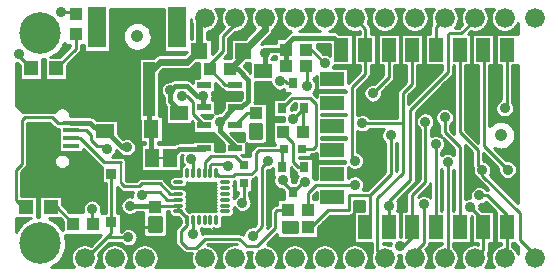
<source format=gtl>
G04 DipTrace 3.0.0.0*
G04 Top.gtl*
%MOIN*%
G04 #@! TF.FileFunction,Copper,L1,Top*
G04 #@! TF.Part,Single*
%AMOUTLINE0*
4,1,40,
-0.015748,-0.002756,
-0.015706,-0.003235,
-0.015581,-0.003698,
-0.015379,-0.004134,
-0.015104,-0.004528,
-0.014764,-0.004867,
-0.01437,-0.005143,
-0.013934,-0.005345,
-0.013471,-0.00547,
-0.012992,-0.005512,
0.012992,-0.005512,
0.013471,-0.00547,
0.013934,-0.005345,
0.01437,-0.005143,
0.014764,-0.004867,
0.015104,-0.004528,
0.015379,-0.004134,
0.015581,-0.003698,
0.015706,-0.003235,
0.015748,-0.002756,
0.015748,0.002756,
0.015706,0.003235,
0.015581,0.003698,
0.015379,0.004134,
0.015104,0.004528,
0.014764,0.004867,
0.01437,0.005143,
0.013934,0.005345,
0.013471,0.00547,
0.012992,0.005512,
-0.012992,0.005512,
-0.013471,0.00547,
-0.013934,0.005345,
-0.01437,0.005143,
-0.014764,0.004867,
-0.015104,0.004528,
-0.015379,0.004134,
-0.015581,0.003698,
-0.015706,0.003235,
-0.015748,0.002756,
-0.015748,-0.002756,
0*%
%AMOUTLINE3*
4,1,40,
-0.002756,0.015748,
-0.003235,0.015706,
-0.003698,0.015581,
-0.004134,0.015379,
-0.004528,0.015104,
-0.004867,0.014764,
-0.005143,0.01437,
-0.005345,0.013934,
-0.00547,0.013471,
-0.005512,0.012992,
-0.005512,-0.012992,
-0.00547,-0.013471,
-0.005345,-0.013934,
-0.005143,-0.01437,
-0.004867,-0.014764,
-0.004528,-0.015104,
-0.004134,-0.015379,
-0.003698,-0.015581,
-0.003235,-0.015706,
-0.002756,-0.015748,
0.002756,-0.015748,
0.003235,-0.015706,
0.003698,-0.015581,
0.004134,-0.015379,
0.004528,-0.015104,
0.004867,-0.014764,
0.005143,-0.01437,
0.005345,-0.013934,
0.00547,-0.013471,
0.005512,-0.012992,
0.005512,0.012992,
0.00547,0.013471,
0.005345,0.013934,
0.005143,0.01437,
0.004867,0.014764,
0.004528,0.015104,
0.004134,0.015379,
0.003698,0.015581,
0.003235,0.015706,
0.002756,0.015748,
-0.002756,0.015748,
0*%
%AMOUTLINE6*
4,1,40,
0.015748,0.002756,
0.015706,0.003235,
0.015581,0.003698,
0.015379,0.004134,
0.015104,0.004528,
0.014764,0.004867,
0.01437,0.005143,
0.013934,0.005345,
0.013471,0.00547,
0.012992,0.005512,
-0.012992,0.005512,
-0.013471,0.00547,
-0.013934,0.005345,
-0.01437,0.005143,
-0.014764,0.004867,
-0.015104,0.004528,
-0.015379,0.004134,
-0.015581,0.003698,
-0.015706,0.003235,
-0.015748,0.002756,
-0.015748,-0.002756,
-0.015706,-0.003235,
-0.015581,-0.003698,
-0.015379,-0.004134,
-0.015104,-0.004528,
-0.014764,-0.004867,
-0.01437,-0.005143,
-0.013934,-0.005345,
-0.013471,-0.00547,
-0.012992,-0.005512,
0.012992,-0.005512,
0.013471,-0.00547,
0.013934,-0.005345,
0.01437,-0.005143,
0.014764,-0.004867,
0.015104,-0.004528,
0.015379,-0.004134,
0.015581,-0.003698,
0.015706,-0.003235,
0.015748,-0.002756,
0.015748,0.002756,
0*%
%AMOUTLINE9*
4,1,40,
0.002756,-0.015748,
0.003235,-0.015706,
0.003698,-0.015581,
0.004134,-0.015379,
0.004528,-0.015104,
0.004867,-0.014764,
0.005143,-0.01437,
0.005345,-0.013934,
0.00547,-0.013471,
0.005512,-0.012992,
0.005512,0.012992,
0.00547,0.013471,
0.005345,0.013934,
0.005143,0.01437,
0.004867,0.014764,
0.004528,0.015104,
0.004134,0.015379,
0.003698,0.015581,
0.003235,0.015706,
0.002756,0.015748,
-0.002756,0.015748,
-0.003235,0.015706,
-0.003698,0.015581,
-0.004134,0.015379,
-0.004528,0.015104,
-0.004867,0.014764,
-0.005143,0.01437,
-0.005345,0.013934,
-0.00547,0.013471,
-0.005512,0.012992,
-0.005512,-0.012992,
-0.00547,-0.013471,
-0.005345,-0.013934,
-0.005143,-0.01437,
-0.004867,-0.014764,
-0.004528,-0.015104,
-0.004134,-0.015379,
-0.003698,-0.015581,
-0.003235,-0.015706,
-0.002756,-0.015748,
0.002756,-0.015748,
0*%
%AMOUTLINE12*
4,1,36,
0.0,-0.019685,
0.003419,-0.019386,
0.006732,-0.018497,
0.009843,-0.017047,
0.012654,-0.01508,
0.01508,-0.012654,
0.017047,-0.009843,
0.018497,-0.006732,
0.019386,-0.003419,
0.019685,0.0,
0.019386,0.003419,
0.018497,0.006732,
0.017047,0.009843,
0.01508,0.012654,
0.012654,0.01508,
0.009843,0.017047,
0.006732,0.018497,
0.003419,0.019386,
0.0,0.019685,
-0.003419,0.019386,
-0.006732,0.018497,
-0.009843,0.017047,
-0.012654,0.01508,
-0.01508,0.012654,
-0.017047,0.009843,
-0.018497,0.006732,
-0.019386,0.003419,
-0.019685,0.0,
-0.019386,-0.003419,
-0.018497,-0.006732,
-0.017047,-0.009843,
-0.01508,-0.012654,
-0.012654,-0.01508,
-0.009843,-0.017047,
-0.006732,-0.018497,
-0.003419,-0.019386,
0.0,-0.019685,
0*%
%AMOUTLINE15*
4,1,8,
0.009853,0.075285,
0.023789,0.061349,
0.023789,-0.009853,
0.009853,-0.023789,
-0.009853,-0.023789,
-0.023789,-0.009853,
-0.023789,0.061349,
-0.009853,0.075285,
0.009853,0.075285,
0*%
%AMOUTLINE18*
4,1,8,
-0.009853,-0.075285,
-0.023789,-0.061349,
-0.023789,0.009853,
-0.009853,0.023789,
0.009853,0.023789,
0.023789,0.009853,
0.023789,-0.061349,
0.009853,-0.075285,
-0.009853,-0.075285,
0*%
G04 #@! TA.AperFunction,Conductor*
%ADD13C,0.016*%
G04 #@! TA.AperFunction,CopperBalancing*
%ADD14C,0.01*%
G04 #@! TA.AperFunction,Conductor*
%ADD15C,0.024*%
%ADD16C,0.007874*%
%ADD19R,0.059055X0.048819*%
%ADD20R,0.048819X0.059055*%
%ADD22R,0.03937X0.043307*%
%ADD24R,0.047244X0.047244*%
G04 #@! TA.AperFunction,Conductor*
%ADD25C,0.008*%
%ADD26R,0.055118X0.055118*%
G04 #@! TA.AperFunction,ComponentPad*
%ADD27R,0.098425X0.098425*%
%ADD28C,0.066*%
%ADD30R,0.031496X0.035433*%
%ADD31R,0.043307X0.03937*%
%ADD32R,0.031496X0.031496*%
%ADD34R,0.046X0.063*%
%ADD35R,0.025X0.008*%
%ADD37R,0.035433X0.035433*%
%ADD38R,0.047244X0.021654*%
G04 #@! TA.AperFunction,ComponentPad*
%ADD40C,0.138425*%
%ADD42R,0.03937X0.181102*%
%ADD43R,0.062992X0.133858*%
%ADD44R,0.047244X0.07874*%
%ADD45R,0.07874X0.047244*%
%ADD47R,0.07874X0.03937*%
%ADD48R,0.05315X0.015748*%
G04 #@! TA.AperFunction,ViaPad*
%ADD49C,0.035685*%
%ADD102OUTLINE0*%
%ADD105OUTLINE3*%
%ADD108OUTLINE6*%
%ADD111OUTLINE9*%
%ADD114OUTLINE12*%
G04 #@! TA.AperFunction,ComponentPad*
%ADD117OUTLINE15*%
%ADD120OUTLINE18*%
%FSLAX26Y26*%
G04*
G70*
G90*
G75*
G01*
G04 Top*
%LPD*%
X1315551Y1084016D2*
D13*
Y1139016D1*
X794016Y619016D2*
X874803D1*
X878346Y615472D1*
X465177Y1076516D2*
D14*
X424016Y1117677D1*
Y1124016D1*
X984803Y570276D2*
Y554803D1*
X964016Y534016D1*
Y499016D1*
X984016Y479016D1*
X1014016D1*
X1044016Y509016D1*
X1159016D1*
X1184016Y484016D1*
X1219016D1*
X1279016Y544016D1*
Y599016D1*
X1284016Y604016D1*
X1320551D1*
X955276Y599803D2*
X963228D1*
X984803Y578228D1*
Y570276D1*
X955276Y619488D2*
Y599803D1*
X878346Y615472D2*
D13*
X887362Y619488D1*
D14*
X955276D1*
X1315551Y1139016D2*
D13*
Y1155551D1*
X1339016Y1179016D1*
X1475276D1*
X1500000Y1154291D1*
Y1139291D1*
X1244016Y1129016D2*
X1254016Y1139016D1*
X1315551D1*
X1239016Y1068917D2*
X1244016Y1073917D1*
Y1129016D1*
X1039016Y984016D2*
Y955429D1*
X1042831Y946614D1*
X929016Y1004016D2*
X944016Y1019016D1*
X984016D1*
X1019016Y984016D1*
X1039016D1*
X959606Y929055D2*
Y938425D1*
X929016Y969016D1*
Y1004016D1*
X1972441Y1139291D2*
D14*
X1974016Y1137717D1*
Y819016D1*
X2054016Y739016D1*
X1893701Y1139291D2*
Y864331D1*
X1954016Y804016D1*
Y754016D1*
X1969016Y739016D1*
X1382480Y1139016D2*
X1399016D1*
X1444016Y1094016D1*
X1969016Y739016D2*
Y719016D1*
X2094016Y594016D1*
Y504016D1*
X2144016Y454016D1*
Y444016D1*
X1372480Y864016D2*
Y944646D1*
X1376417D1*
X1374646D1*
X1339016Y909016D1*
X1004488Y727756D2*
Y768543D1*
X999016Y774016D1*
X1145201Y1021417D2*
X1113150D1*
X1060551Y1074016D1*
Y1090551D1*
X1104016Y1134016D1*
Y1184016D1*
X1144016Y1224016D1*
Y1244016D1*
X494213Y702283D2*
X592638D1*
X604449Y714094D1*
X840276Y548543D2*
X878346D1*
X959606Y854252D2*
X939016Y844016D1*
X954016D1*
X959606Y854252D1*
X599528Y792835D2*
X511929D1*
X490276Y814488D1*
X604449Y714094D2*
X599528Y719016D1*
Y792835D1*
X1034016Y649016D2*
X1024016Y678543D1*
X955276D1*
X1034016Y649016D2*
X1024016Y659016D1*
Y678543D1*
X954016Y844016D2*
D13*
X959606Y849606D1*
Y854252D1*
X791614Y874016D2*
D15*
X779646Y885984D1*
Y1008346D1*
X1034016Y649016D2*
D16*
D3*
X1339016Y1027323D2*
D14*
X1317323D1*
X1310630Y1034016D1*
X1294016D1*
X1204016Y519016D2*
X1235512Y550512D1*
X1234016Y552008D1*
Y749016D1*
X1254016Y769016D1*
X1779016Y899016D2*
Y699016D1*
X1734016Y654016D1*
Y550945D1*
X1736220Y548740D1*
X614016Y1257480D2*
X607480Y1264016D1*
X564016D1*
X1736220Y548740D2*
Y516220D1*
X1694016Y474016D1*
Y484016D1*
X1544016Y689016D2*
X1414016D1*
X1387480Y662480D1*
Y604016D1*
X1659016Y619016D2*
Y634016D1*
X1729016Y704016D1*
Y939016D1*
X1854016Y1064016D1*
Y1189016D1*
X1859016Y1194016D1*
X1899016D1*
X1944016Y1239016D1*
Y1244016D1*
X1657480Y548740D2*
X1659016Y550276D1*
Y619016D1*
X1578740Y548740D2*
X1594016Y564016D1*
Y654016D1*
X1524016D1*
Y604016D1*
X1454016D1*
X1399016Y549016D1*
X1387480D1*
X1594016Y654016D2*
X1664016Y724016D1*
Y854016D1*
X1844016Y1244016D2*
X1814961Y1214961D1*
Y1139291D1*
X1657480D2*
Y1047480D1*
X1604016Y994016D1*
X1844016Y444016D2*
X1854016Y454016D1*
Y764016D1*
X1544016Y1244016D2*
X1578740Y1209291D1*
Y1139291D1*
X1744016Y444016D2*
Y464016D1*
X1774016Y494016D1*
Y624016D1*
X1578740Y1139291D2*
Y1058740D1*
X1534016Y1014016D1*
Y779016D1*
X1544016Y769016D1*
X1569016Y894016D2*
X1704016D1*
Y994016D1*
X1734016Y1024016D1*
Y1137087D1*
X1736220Y1139291D1*
X1644016Y444016D2*
X1619016Y469016D1*
Y644016D1*
X1704016Y729016D1*
Y894016D1*
X1814016Y824016D2*
X1814961Y823071D1*
Y548740D1*
X1844016Y914016D2*
Y864016D1*
X1893701Y814331D1*
Y548740D1*
X530354Y614016D2*
X550551D1*
X605551Y559016D1*
X955276Y658858D2*
X929173D1*
X894016Y694016D1*
X834016D1*
X824016Y684016D1*
X774016D1*
X764016Y694016D1*
D25*
Y764016D1*
D14*
X709016D1*
X629016Y844016D1*
X599528D1*
X1042831Y886417D2*
X1004016Y925232D1*
Y964016D1*
X984016Y984016D1*
X969016D1*
X672480Y559016D2*
X669016Y562480D1*
Y609016D1*
X1214016Y927480D2*
X1186264D1*
X1145201Y886417D1*
X547854Y1076516D2*
X614016Y1142677D1*
Y1190551D1*
X834016Y654016D2*
X844016Y664016D1*
X894016D1*
X918858Y639173D1*
X955276D1*
X719016Y809016D2*
X709016Y819016D1*
X684016D1*
X664016Y839016D1*
Y854016D1*
X648425Y869606D1*
X599528D1*
X929016Y779016D2*
D13*
X959016Y809016D1*
X1040232D1*
X1042831Y811614D1*
X1305551Y864016D2*
D14*
Y862480D1*
X1339016Y829016D1*
Y764016D1*
X1354646Y748386D1*
X1376417D1*
X1369016Y809016D2*
X1404016D1*
X1414016Y819016D1*
Y959016D1*
X1394016Y979016D1*
X1335984D1*
X1301614Y944646D1*
X732520Y724724D2*
Y563307D1*
X644016Y444016D2*
X649016D1*
X719016Y514016D1*
X789016D1*
X732520Y563307D2*
Y527520D1*
X719016Y514016D1*
X1339016Y665709D2*
X1337323D1*
X1304016Y699016D1*
Y704016D1*
X1379016Y699016D2*
X1372323D1*
X1339016Y665709D1*
X1382480Y1084016D2*
X1384016Y1082480D1*
Y1019016D1*
X2044016Y944016D2*
X2051181Y951181D1*
Y1139291D1*
X1083228Y727756D2*
X1091969Y719016D1*
X1139016D1*
X1144016Y724016D1*
X1199016D1*
X1214016Y739016D1*
Y794016D1*
X1224016Y804016D1*
X1304016D1*
X1309016Y809016D1*
X1301614Y801614D1*
Y748386D1*
X1929016Y614016D2*
X1972441Y570591D1*
Y548740D1*
X1174016Y694016D2*
Y634016D1*
X1169016Y629016D1*
X1972441Y548740D2*
Y472441D1*
X1944016Y444016D1*
X1063543Y727756D2*
Y753543D1*
X1069016Y759016D1*
X1114016D1*
X1121516Y751516D1*
X1959016Y654016D2*
X1984016D1*
X2051181Y586850D1*
Y548740D1*
Y451181D1*
X2044016Y444016D1*
X1043858Y727756D2*
Y763858D1*
X1064016Y784016D1*
X1144016D1*
X1174016Y754016D1*
X866417Y874016D2*
D13*
Y781614D1*
X869016Y779016D1*
X858386Y1008346D2*
Y882047D1*
X866417Y874016D1*
X858386Y1008346D2*
D14*
X864035Y1023996D1*
D13*
Y1013996D1*
X858386Y1008346D1*
X1026181Y1134016D2*
D15*
X1021181D1*
X986181Y1099016D1*
X894016D1*
X854016Y1059016D1*
D13*
Y1034016D1*
D14*
X864035Y1023996D1*
X1044016Y1244016D2*
D15*
X1026181Y1226181D1*
Y1134016D1*
X1004488Y570276D2*
D14*
X1004016Y524016D1*
X712441Y866811D2*
D13*
X716220D1*
X769016Y814016D1*
X784016D1*
X599528Y895197D2*
X662835D1*
X691220Y866811D1*
X712441D1*
X447677Y614016D2*
D14*
X439016D1*
X414016Y639016D1*
Y739016D1*
X434016Y759016D1*
Y904016D1*
X444016Y914016D1*
X534016D1*
X554016Y894016D1*
X598346D1*
X599528Y895197D1*
X1171850Y1134016D2*
D15*
X1244016Y1206181D1*
Y1244016D1*
X1127480Y1074016D2*
X1171850Y1118386D1*
Y1134016D1*
X1145201Y946614D2*
D13*
X1166614D1*
X1189016Y969016D1*
Y1039016D1*
X1154016Y1074016D1*
X1127480D1*
X1094016Y899016D2*
X1141614Y946614D1*
X1145201D1*
Y811614D2*
Y816614D1*
X1094016Y867799D1*
Y899016D1*
D49*
X929016Y1004016D3*
X794016Y619016D3*
X424016Y1124016D3*
X1244016Y1129016D3*
X1039016Y984016D3*
X2054016Y739016D3*
X1444016Y1094016D3*
X1969016Y739016D3*
X999016Y774016D3*
X1339016Y909016D3*
X489016Y844016D3*
X904016Y939016D3*
X1299016Y989016D3*
X876516Y1199016D3*
X814016Y774016D3*
X1034016Y649016D3*
X1119016Y559016D3*
X1269016Y669016D3*
X1449016Y554016D3*
X584016Y429016D3*
X684016Y1029016D3*
X769016Y1139016D3*
X949016Y564016D3*
X1264016Y909016D3*
X1089016Y994016D3*
X1559016Y619016D3*
X564016Y1264016D3*
X1294016Y1034016D3*
X1204016Y519016D3*
X1254016Y769016D3*
X1779016Y899016D3*
X1694016Y484016D3*
X1659016Y619016D3*
X1544016Y689016D3*
X1814016Y824016D3*
X1844016Y914016D3*
X1604016Y994016D3*
X1854016Y764016D3*
X1774016Y624016D3*
X1544016Y769016D3*
X1569016Y894016D3*
X1664016Y854016D3*
X969016Y984016D3*
X669016Y609016D3*
X834016Y654016D3*
X719016Y809016D3*
X1384016Y1019016D3*
X1379016Y699016D3*
X1304016Y704016D3*
X789016Y514016D3*
X2044016Y944016D3*
X1169016Y629016D3*
X1929016Y614016D3*
X1121516Y751516D3*
X1959016Y654016D3*
X1004016Y524016D3*
X784016Y814016D3*
X1094016Y899016D3*
X731047Y1263399D2*
D14*
X906976D1*
X1087160D2*
X1100864D1*
X1187160D2*
X1200864D1*
X1287160D2*
X1300864D1*
X1387160D2*
X1400864D1*
X1487160D2*
X1500864D1*
X1587160D2*
X1600864D1*
X1687160D2*
X1700864D1*
X1787160D2*
X1800864D1*
X1887160D2*
X1900864D1*
X1987160D2*
X2000864D1*
X731047Y1253530D2*
X906976D1*
X1090423D2*
X1097601D1*
X1190423D2*
X1197601D1*
X1290423D2*
X1297601D1*
X1390423D2*
X1397601D1*
X1490423D2*
X1497601D1*
X1590423D2*
X1597601D1*
X1690423D2*
X1697601D1*
X1790423D2*
X1797601D1*
X1890423D2*
X1897601D1*
X1990423D2*
X1997601D1*
X731047Y1243661D2*
X906976D1*
X1091399D2*
X1096623D1*
X1191399D2*
X1196623D1*
X1291399D2*
X1296623D1*
X1391399D2*
X1396623D1*
X1491399D2*
X1496623D1*
X1591399D2*
X1596623D1*
X1691399D2*
X1696623D1*
X1791399D2*
X1796623D1*
X1891399D2*
X1896623D1*
X1991399D2*
X1996623D1*
X731047Y1233793D2*
X906976D1*
X1090265D2*
X1097759D1*
X1190265D2*
X1197759D1*
X1290265D2*
X1297759D1*
X1390265D2*
X1397759D1*
X1490265D2*
X1497759D1*
X1590265D2*
X1597759D1*
X1690265D2*
X1697759D1*
X1790265D2*
X1797759D1*
X1890265D2*
X1897759D1*
X1990265D2*
X1997759D1*
X731047Y1223924D2*
X790804D1*
X847239D2*
X906976D1*
X1086828D2*
X1101196D1*
X1186828D2*
X1201196D1*
X1286828D2*
X1301196D1*
X1386828D2*
X1401196D1*
X1486828D2*
X1501196D1*
X1591125D2*
X1601196D1*
X1686828D2*
X1701196D1*
X1786828D2*
X1797895D1*
X1886828D2*
X1901196D1*
X1986828D2*
X2001196D1*
X731047Y1214055D2*
X780121D1*
X857903D2*
X906976D1*
X1080441D2*
X1107035D1*
X1180441D2*
X1207601D1*
X1280441D2*
X1307601D1*
X1380441D2*
X1407601D1*
X1480441D2*
X1507601D1*
X1597512D2*
X1607601D1*
X1680441D2*
X1707601D1*
X1780441D2*
X1795571D1*
X1880441D2*
X1892035D1*
X1980441D2*
X2007601D1*
X2080441D2*
X2086723D1*
X731047Y1204186D2*
X774105D1*
X863919D2*
X906976D1*
X1068801D2*
X1097172D1*
X1168801D2*
X1205101D1*
X1270324D2*
X1319223D1*
X1368801D2*
X1419223D1*
X1468801D2*
X1519223D1*
X1598136D2*
X1619223D1*
X1668801D2*
X1719223D1*
X1768801D2*
X1795571D1*
X1968801D2*
X2019223D1*
X2068801D2*
X2086723D1*
X731047Y1194318D2*
X770824D1*
X867219D2*
X906976D1*
X1052571D2*
X1087777D1*
X1141320D2*
X1195239D1*
X1267472D2*
X1323071D1*
X1491223D2*
X1559340D1*
X1598136D2*
X1795571D1*
X1926320D2*
X2086723D1*
X731047Y1184449D2*
X769652D1*
X868371D2*
X906976D1*
X1052571D2*
X1084633D1*
X1131457D2*
X1185375D1*
X1259192D2*
X1313188D1*
X731047Y1174580D2*
X770648D1*
X867395D2*
X906976D1*
X1068136D2*
X1084633D1*
X1123411D2*
X1129907D1*
X1249328D2*
X1282759D1*
X731047Y1164711D2*
X773676D1*
X864348D2*
X906976D1*
X1068136D2*
X1084633D1*
X1123411D2*
X1129907D1*
X1239465D2*
X1279496D1*
X573684Y1154843D2*
X594633D1*
X633411D2*
X639262D1*
X731047D2*
X779437D1*
X858587D2*
X906976D1*
X1068136D2*
X1084633D1*
X1123411D2*
X1129907D1*
X1418528D2*
X1461976D1*
X568449Y1144974D2*
X589301D1*
X633411D2*
X639262D1*
X731047D2*
X789496D1*
X848528D2*
X906976D1*
X1068136D2*
X1084633D1*
X1123411D2*
X1129907D1*
X1420071D2*
X1461976D1*
X560383Y1135105D2*
X579437D1*
X631769D2*
X639262D1*
X731047D2*
X906976D1*
X1068136D2*
X1078091D1*
X1123411D2*
X1129907D1*
X1429933D2*
X1461976D1*
X550364Y1125236D2*
X569555D1*
X623587D2*
X975492D1*
X1121184D2*
X1129907D1*
X1445969D2*
X1461976D1*
X534231Y1115367D2*
X559692D1*
X613723D2*
X873461D1*
X1112375D2*
X1129907D1*
X1273117D2*
X1279496D1*
X503196Y1105499D2*
X509848D1*
X603840D2*
X824301D1*
X503196Y1095630D2*
X509848D1*
X593976D2*
X824301D1*
X415773Y1085761D2*
X427172D1*
X503196D2*
X509848D1*
X585871D2*
X824301D1*
X1009836D2*
X1024496D1*
X1176144D2*
X1195101D1*
X1475148D2*
X1559340D1*
X1598136D2*
X1638091D1*
X1676867D2*
X1714633D1*
X1753411D2*
X1834633D1*
X1913097D2*
X1954633D1*
X1993411D2*
X2031781D1*
X2070579D2*
X2086723D1*
X415773Y1075892D2*
X427172D1*
X503196D2*
X509848D1*
X585871D2*
X824301D1*
X997668D2*
X1024496D1*
X1183391D2*
X1195101D1*
X1523449D2*
X1559340D1*
X1598136D2*
X1638091D1*
X1676867D2*
X1714633D1*
X1753411D2*
X1834633D1*
X1913097D2*
X1954633D1*
X1993411D2*
X2031781D1*
X2070579D2*
X2086723D1*
X415773Y1066024D2*
X427172D1*
X503196D2*
X509848D1*
X585871D2*
X824301D1*
X897941D2*
X1024496D1*
X1523449D2*
X1559008D1*
X1598136D2*
X1638091D1*
X1676867D2*
X1714633D1*
X1753411D2*
X1829008D1*
X1913097D2*
X1954633D1*
X1993411D2*
X2031781D1*
X2070579D2*
X2086723D1*
X415773Y1056155D2*
X427172D1*
X503196D2*
X509848D1*
X585871D2*
X824301D1*
X892472D2*
X1024496D1*
X1523449D2*
X1549144D1*
X1597941D2*
X1638091D1*
X1676867D2*
X1714633D1*
X1753411D2*
X1819144D1*
X1913097D2*
X1954633D1*
X1993411D2*
X2031781D1*
X2070579D2*
X2086723D1*
X415773Y1046286D2*
X427172D1*
X503196D2*
X509848D1*
X585871D2*
X824301D1*
X892472D2*
X1024496D1*
X1412297D2*
X1415936D1*
X1523449D2*
X1539281D1*
X1593273D2*
X1629281D1*
X1676828D2*
X1714633D1*
X1753411D2*
X1809281D1*
X1863293D2*
X1874301D1*
X1913097D2*
X1954633D1*
X1993411D2*
X2031781D1*
X2070579D2*
X2086723D1*
X415773Y1036417D2*
X824301D1*
X892472D2*
X930571D1*
X997453D2*
X1004808D1*
X1410949D2*
X1415908D1*
X1523449D2*
X1529399D1*
X1583429D2*
X1619399D1*
X1673176D2*
X1714633D1*
X1753411D2*
X1799399D1*
X1853429D2*
X1874301D1*
X1913097D2*
X1954633D1*
X1993411D2*
X2031781D1*
X2070579D2*
X2086723D1*
X415773Y1026549D2*
X824301D1*
X892472D2*
X906391D1*
X1211399D2*
X1262680D1*
X1573567D2*
X1609535D1*
X1663567D2*
X1709535D1*
X1753411D2*
X1789535D1*
X1843567D2*
X1874301D1*
X1913097D2*
X1954633D1*
X1993411D2*
X2031781D1*
X2070579D2*
X2086723D1*
X415773Y1016680D2*
X824301D1*
X892472D2*
X899457D1*
X1080852D2*
X1090883D1*
X1211399D2*
X1267035D1*
X1563684D2*
X1581528D1*
X1653684D2*
X1699672D1*
X1751887D2*
X1779672D1*
X1833684D2*
X1874301D1*
X1913097D2*
X1954633D1*
X1993411D2*
X2031781D1*
X2070579D2*
X2086723D1*
X415773Y1006811D2*
X824301D1*
X892472D2*
X896902D1*
X1080852D2*
X1100980D1*
X1211399D2*
X1277660D1*
X1553820D2*
X1574516D1*
X1643820D2*
X1689808D1*
X1743820D2*
X1769808D1*
X1823820D2*
X1874301D1*
X1913097D2*
X1954633D1*
X1993411D2*
X2031781D1*
X2070579D2*
X2086723D1*
X415773Y996942D2*
X824301D1*
X892472D2*
X897581D1*
X1068449D2*
X1166625D1*
X1211399D2*
X1308871D1*
X1407121D2*
X1415923D1*
X1553411D2*
X1571919D1*
X1636105D2*
X1684867D1*
X1733957D2*
X1759927D1*
X1813957D2*
X1874301D1*
X1913097D2*
X1954633D1*
X1993411D2*
X2031781D1*
X2070579D2*
X2086723D1*
X415773Y987073D2*
X824301D1*
X892472D2*
X901781D1*
X1071105D2*
X1166625D1*
X1211399D2*
X1317035D1*
X1553411D2*
X1572563D1*
X1635461D2*
X1684633D1*
X1724075D2*
X1750063D1*
X1804075D2*
X1874301D1*
X1913097D2*
X1954633D1*
X1993411D2*
X2031781D1*
X2070579D2*
X2086723D1*
X415773Y977205D2*
X824301D1*
X892472D2*
X906625D1*
X1070500D2*
X1165961D1*
X1211399D2*
X1307172D1*
X1553411D2*
X1576684D1*
X1631340D2*
X1684633D1*
X1723411D2*
X1740199D1*
X1794211D2*
X1874301D1*
X1913097D2*
X1954633D1*
X1993411D2*
X2031781D1*
X2070579D2*
X2086723D1*
X415773Y967336D2*
X824301D1*
X892472D2*
X906684D1*
X1080852D2*
X1107192D1*
X1211340D2*
X1271469D1*
X1553411D2*
X1586781D1*
X1621262D2*
X1684633D1*
X1723411D2*
X1730316D1*
X1784348D2*
X1874301D1*
X1913097D2*
X1954633D1*
X1993411D2*
X2022231D1*
X2070579D2*
X2086723D1*
X415773Y957467D2*
X824301D1*
X892472D2*
X910004D1*
X1080852D2*
X1107192D1*
X1252083D2*
X1271469D1*
X1341437D2*
X1346268D1*
X1553411D2*
X1684633D1*
X1774484D2*
X1874301D1*
X1913097D2*
X1954633D1*
X1993411D2*
X2014828D1*
X2073215D2*
X2086723D1*
X420773Y947598D2*
X563597D1*
X574427D2*
X824301D1*
X892472D2*
X915688D1*
X1080852D2*
X1107192D1*
X1253703D2*
X1271469D1*
X1331751D2*
X1346273D1*
X1553411D2*
X1684633D1*
X1764601D2*
X1874301D1*
X1913097D2*
X1954633D1*
X1993411D2*
X2011996D1*
X2076047D2*
X2086723D1*
X430636Y937730D2*
X546781D1*
X591262D2*
X824301D1*
X892472D2*
X915688D1*
X1080852D2*
X1101469D1*
X1253703D2*
X1271469D1*
X1553411D2*
X1684633D1*
X1754739D2*
X1822680D1*
X1865344D2*
X1874301D1*
X1913097D2*
X1954633D1*
X1993411D2*
X2012427D1*
X2075617D2*
X2086723D1*
X596243Y927861D2*
X824301D1*
X892472D2*
X915688D1*
X1253703D2*
X1271469D1*
X1553411D2*
X1684633D1*
X1748411D2*
X1766039D1*
X1792004D2*
X1815024D1*
X1913097D2*
X1954633D1*
X1993411D2*
X2016293D1*
X2071751D2*
X2086723D1*
X597043Y917992D2*
X824301D1*
X892472D2*
X915688D1*
X1038273D2*
X1068207D1*
X1253703D2*
X1271469D1*
X1590031D2*
X1684633D1*
X1748411D2*
X1753203D1*
X1804816D2*
X1812035D1*
X1913097D2*
X1954633D1*
X1993411D2*
X2025747D1*
X2062297D2*
X2086723D1*
X681164Y908123D2*
X824301D1*
X905227D2*
X915688D1*
X1253703D2*
X1306801D1*
X1913097D2*
X1954633D1*
X1993411D2*
X2086723D1*
X756360Y898255D2*
X827621D1*
X905227D2*
X915688D1*
X1253703D2*
X1271703D1*
X1811243D2*
X1816067D1*
X1913097D2*
X1954633D1*
X1993411D2*
X2009808D1*
X2051945D2*
X2086723D1*
X453411Y888386D2*
X532640D1*
X756360D2*
X827621D1*
X905227D2*
X1004808D1*
X1196320D2*
X1231723D1*
X1253703D2*
X1269496D1*
X1809387D2*
X1824633D1*
X1863411D2*
X1874301D1*
X1913097D2*
X1954633D1*
X2066184D2*
X2086723D1*
X453411Y878517D2*
X543109D1*
X756360D2*
X827621D1*
X905227D2*
X1004808D1*
X1196320D2*
X1231723D1*
X1253703D2*
X1269496D1*
X1748411D2*
X1754457D1*
X1803587D2*
X1824633D1*
X1863411D2*
X1874301D1*
X1913097D2*
X1954633D1*
X2073743D2*
X2086723D1*
X453411Y868648D2*
X558559D1*
X756360D2*
X827621D1*
X905227D2*
X1004808D1*
X1196320D2*
X1231723D1*
X1253703D2*
X1269496D1*
X1588235D2*
X1635415D1*
X1748411D2*
X1759633D1*
X1798411D2*
X1824633D1*
X1866399D2*
X1874301D1*
X1916399D2*
X1954633D1*
X2078020D2*
X2086723D1*
X453411Y858780D2*
X558559D1*
X756360D2*
X827621D1*
X905227D2*
X1073617D1*
X1134289D2*
X1174320D1*
X1196320D2*
X1231723D1*
X1253703D2*
X1269496D1*
X1553411D2*
X1632152D1*
X1748411D2*
X1759633D1*
X1798411D2*
X1825375D1*
X1926262D2*
X1954633D1*
X2079992D2*
X2086723D1*
X453411Y848911D2*
X558559D1*
X765383D2*
X827621D1*
X905227D2*
X1081644D1*
X1144152D2*
X1174320D1*
X1196320D2*
X1231723D1*
X1253703D2*
X1269496D1*
X1553411D2*
X1632192D1*
X1748411D2*
X1759633D1*
X1936125D2*
X1954633D1*
X2079933D2*
X2086723D1*
X453411Y839042D2*
X558559D1*
X803703D2*
X827621D1*
X905227D2*
X1091528D1*
X1154035D2*
X1174320D1*
X1253703D2*
X1269496D1*
X1553411D2*
X1635609D1*
X1748411D2*
X1759633D1*
X1946008D2*
X1954633D1*
X2077707D2*
X2086723D1*
X453411Y829173D2*
X558559D1*
X812316D2*
X844028D1*
X888801D2*
X950844D1*
X1080852D2*
X1101391D1*
X1250988D2*
X1272133D1*
X1553411D2*
X1644087D1*
X1748411D2*
X1759633D1*
X1845812D2*
X1851840D1*
X2073176D2*
X2086723D1*
X453411Y819304D2*
X558559D1*
X815793D2*
X831625D1*
X1080852D2*
X1107192D1*
X1183215D2*
X1212797D1*
X1553411D2*
X1644633D1*
X1748411D2*
X1759633D1*
X1845891D2*
X1861723D1*
X2065247D2*
X2086723D1*
X453411Y809436D2*
X558559D1*
X815911D2*
X831625D1*
X1080852D2*
X1107192D1*
X1183215D2*
X1202427D1*
X1553411D2*
X1644633D1*
X1748411D2*
X1759633D1*
X1842629D2*
X1871587D1*
X1913097D2*
X1921587D1*
X2049953D2*
X2086723D1*
X453411Y799567D2*
X558559D1*
X640500D2*
X646449D1*
X812707D2*
X831625D1*
X1183215D2*
X1195472D1*
X1553411D2*
X1644633D1*
X1748411D2*
X1759633D1*
X1834445D2*
X1874301D1*
X1913097D2*
X1931449D1*
X2020480D2*
X2086723D1*
X453411Y789698D2*
X552719D1*
X585324D2*
X656332D1*
X744563D2*
X763423D1*
X804621D2*
X831625D1*
X1183215D2*
X1194633D1*
X1399152D2*
X1415923D1*
X1568429D2*
X1644633D1*
X1748411D2*
X1759633D1*
X1913097D2*
X1934633D1*
X2030344D2*
X2086723D1*
X453411Y779829D2*
X543929D1*
X594094D2*
X666196D1*
X774407D2*
X831625D1*
X1358411D2*
X1415923D1*
X1574328D2*
X1644633D1*
X1748411D2*
X1759633D1*
X1913097D2*
X1934633D1*
X1973411D2*
X1986196D1*
X2040207D2*
X2086723D1*
X453411Y769961D2*
X540980D1*
X597043D2*
X676059D1*
X782415D2*
X831625D1*
X1406555D2*
X1415923D1*
X1576243D2*
X1644633D1*
X1748411D2*
X1759633D1*
X1913097D2*
X1934633D1*
X1974269D2*
X1996059D1*
X2059260D2*
X2086723D1*
X453411Y760092D2*
X541801D1*
X596223D2*
X685923D1*
X782980D2*
X831625D1*
X966399D2*
X970051D1*
X1406555D2*
X1415923D1*
X1574953D2*
X1644633D1*
X1748411D2*
X1759633D1*
X1913097D2*
X1934633D1*
X1993059D2*
X2005923D1*
X2078059D2*
X2086723D1*
X451164Y750223D2*
X546840D1*
X591203D2*
X695844D1*
X782415D2*
X831625D1*
X1406555D2*
X1415923D1*
X1569972D2*
X1644633D1*
X1748411D2*
X1759633D1*
X1913097D2*
X1935024D1*
X1999172D2*
X2015804D1*
X442356Y740354D2*
X564105D1*
X573934D2*
X700415D1*
X782415D2*
X831625D1*
X1267433D2*
X1271470D1*
X1331751D2*
X1335682D1*
X1406555D2*
X1415923D1*
X1523449D2*
X1530609D1*
X1557433D2*
X1644633D1*
X1748411D2*
X1759633D1*
X1913097D2*
X1936801D1*
X2001223D2*
X2021801D1*
X433411Y730486D2*
X700415D1*
X782415D2*
X964907D1*
X1253411D2*
X1271469D1*
X1331751D2*
X1346273D1*
X1406555D2*
X1415923D1*
X1523449D2*
X1643480D1*
X1748411D2*
X1759633D1*
X1913097D2*
X1937972D1*
X2000071D2*
X2022972D1*
X433411Y720617D2*
X700415D1*
X782415D2*
X964907D1*
X1253411D2*
X1271469D1*
X1331751D2*
X1346273D1*
X1406555D2*
X1415923D1*
X1523449D2*
X1633597D1*
X1748411D2*
X1759633D1*
X1913097D2*
X1942777D1*
X1995265D2*
X2027777D1*
X2080265D2*
X2086723D1*
X433411Y710748D2*
X700415D1*
X782415D2*
X825375D1*
X902648D2*
X928423D1*
X1253411D2*
X1272524D1*
X1335520D2*
X1349067D1*
X1408957D2*
X1415923D1*
X1567453D2*
X1623735D1*
X1748411D2*
X1759633D1*
X1913097D2*
X1951587D1*
X2004289D2*
X2039731D1*
X2068293D2*
X2086723D1*
X433411Y700879D2*
X700415D1*
X914172D2*
X925140D1*
X1204152D2*
X1214633D1*
X1253411D2*
X1271937D1*
X1336087D2*
X1346840D1*
X1573919D2*
X1613871D1*
X1748136D2*
X1753871D1*
X1913097D2*
X1960140D1*
X2014172D2*
X2086723D1*
X433411Y691010D2*
X713129D1*
X984777D2*
X1083247D1*
X1204152D2*
X1214633D1*
X1253411D2*
X1274613D1*
X1576184D2*
X1604008D1*
X1913097D2*
X1970004D1*
X2024035D2*
X2086723D1*
X433411Y681142D2*
X713129D1*
X976711D2*
X1082621D1*
X1204152D2*
X1214633D1*
X1253411D2*
X1281743D1*
X1575247D2*
X1594125D1*
X1788156D2*
X1795571D1*
X1913097D2*
X1942524D1*
X1975500D2*
X1979887D1*
X2033899D2*
X2086723D1*
X433411Y671273D2*
X713129D1*
X751907D2*
X759751D1*
X982199D2*
X1083265D1*
X1204152D2*
X1214633D1*
X1253411D2*
X1304751D1*
X1778293D2*
X1795571D1*
X1913097D2*
X1931976D1*
X2043762D2*
X2086723D1*
X433411Y661404D2*
X713129D1*
X751907D2*
X802660D1*
X985423D2*
X1082621D1*
X1142903D2*
X1154633D1*
X1193411D2*
X1214633D1*
X1253411D2*
X1308871D1*
X1768411D2*
X1795571D1*
X1913097D2*
X1927660D1*
X2053644D2*
X2086723D1*
X433411Y651535D2*
X713129D1*
X751907D2*
X801879D1*
X984759D2*
X1083285D1*
X1142239D2*
X1146383D1*
X1193411D2*
X1214633D1*
X1253411D2*
X1308871D1*
X1406867D2*
X1415923D1*
X1703547D2*
X1714633D1*
X1789797D2*
X1795571D1*
X1913097D2*
X1926879D1*
X2063508D2*
X2086723D1*
X485696Y641667D2*
X492348D1*
X568371D2*
X713129D1*
X751907D2*
X771508D1*
X985423D2*
X1082621D1*
X1198567D2*
X1214633D1*
X1253411D2*
X1290571D1*
X1693684D2*
X1714633D1*
X2073371D2*
X2086723D1*
X485696Y631798D2*
X492348D1*
X568371D2*
X646644D1*
X691379D2*
X713129D1*
X751907D2*
X764516D1*
X984739D2*
X1083304D1*
X1201125D2*
X1214633D1*
X1253411D2*
X1284496D1*
X1543411D2*
X1574633D1*
X1688508D2*
X1714633D1*
X2083235D2*
X2086719D1*
X485696Y621929D2*
X492348D1*
X569640D2*
X639575D1*
X698449D2*
X713129D1*
X751907D2*
X761919D1*
X985423D2*
X1082621D1*
X1200441D2*
X1214633D1*
X1253411D2*
X1278852D1*
X1543411D2*
X1574633D1*
X1691105D2*
X1714633D1*
X1960227D2*
X1989087D1*
X485696Y612060D2*
X492348D1*
X579524D2*
X636937D1*
X701105D2*
X713129D1*
X751907D2*
X762563D1*
X984719D2*
X1083304D1*
X1196243D2*
X1214633D1*
X1253411D2*
X1265043D1*
X1543411D2*
X1574633D1*
X1690461D2*
X1714633D1*
X1961184D2*
X1998969D1*
X485696Y602192D2*
X492348D1*
X589387D2*
X637543D1*
X700500D2*
X713129D1*
X751907D2*
X766703D1*
X987844D2*
X1082621D1*
X1142903D2*
X1152016D1*
X1186028D2*
X1214633D1*
X1253411D2*
X1259907D1*
X1543312D2*
X1574633D1*
X1686340D2*
X1714633D1*
X1967844D2*
X2008832D1*
X485696Y592323D2*
X492348D1*
X764621D2*
X776801D1*
X811243D2*
X838656D1*
X918039D2*
X925844D1*
X1142180D2*
X1214633D1*
X1253411D2*
X1259633D1*
X485696Y582454D2*
X492348D1*
X764621D2*
X838656D1*
X918039D2*
X934399D1*
X1133644D2*
X1214633D1*
X1253411D2*
X1259633D1*
X1459465D2*
X1540727D1*
X415773Y572585D2*
X453636D1*
X534387D2*
X564965D1*
X764621D2*
X838656D1*
X860636D2*
X896059D1*
X918039D2*
X963441D1*
X1103136D2*
X1214633D1*
X1253411D2*
X1259633D1*
X1449601D2*
X1540727D1*
X415773Y562717D2*
X437583D1*
X550441D2*
X569496D1*
X764621D2*
X838656D1*
X860636D2*
X896059D1*
X918039D2*
X964907D1*
X1103136D2*
X1214633D1*
X1253411D2*
X1259633D1*
X1307024D2*
X1351429D1*
X1439719D2*
X1540727D1*
X415773Y552848D2*
X427563D1*
X560461D2*
X569496D1*
X764621D2*
X838656D1*
X860636D2*
X896059D1*
X918039D2*
X955844D1*
X1102512D2*
X1210844D1*
X1254759D2*
X1259633D1*
X1307024D2*
X1351429D1*
X1429856D2*
X1540727D1*
X415773Y542979D2*
X419530D1*
X764621D2*
X776332D1*
X801711D2*
X838656D1*
X860636D2*
X896059D1*
X918039D2*
X946957D1*
X1094465D2*
X1182972D1*
X1307024D2*
X1351429D1*
X1423528D2*
X1540727D1*
X814739Y533110D2*
X838656D1*
X918039D2*
X944633D1*
X1034895D2*
X1175140D1*
X1307024D2*
X1351429D1*
X1423528D2*
X1540727D1*
X819856Y523241D2*
X838676D1*
X918020D2*
X944633D1*
X1423528D2*
X1540727D1*
X580929Y513373D2*
X691371D1*
X821243D2*
X944633D1*
X1275383D2*
X1287836D1*
X1420207D2*
X1540727D1*
X582492Y503504D2*
X681488D1*
X819427D2*
X944633D1*
X1265520D2*
X1540727D1*
X583371Y493635D2*
X671625D1*
X725636D2*
X764340D1*
X813684D2*
X945433D1*
X1255636D2*
X1599633D1*
X1638411D2*
X1663304D1*
X1793411D2*
X1834633D1*
X1873411D2*
X1953051D1*
X1991828D2*
X2031781D1*
X2070579D2*
X2077836D1*
X582375Y483766D2*
X619105D1*
X715773D2*
X719100D1*
X768937D2*
X780239D1*
X797804D2*
X819105D1*
X868937D2*
X952251D1*
X1068937D2*
X1119105D1*
X1268937D2*
X1319105D1*
X1368937D2*
X1419105D1*
X1468937D2*
X1519105D1*
X1568937D2*
X1599633D1*
X1790285D2*
X1819105D1*
X1873411D2*
X1919105D1*
X1991828D2*
X2019105D1*
X2070579D2*
X2086723D1*
X580812Y473898D2*
X607524D1*
X780500D2*
X807524D1*
X880500D2*
X962133D1*
X1080500D2*
X1107524D1*
X1280500D2*
X1307524D1*
X1380500D2*
X1407524D1*
X1480500D2*
X1507524D1*
X1580500D2*
X1599633D1*
X1780911D2*
X1807524D1*
X1880500D2*
X1907524D1*
X1991828D2*
X2007524D1*
X2080500D2*
X2086723D1*
X578097Y464029D2*
X601156D1*
X696047D2*
X701164D1*
X786867D2*
X801156D1*
X886867D2*
X972348D1*
X1086867D2*
X1101156D1*
X1186867D2*
X1201156D1*
X1286867D2*
X1301156D1*
X1386867D2*
X1401156D1*
X1486867D2*
X1501156D1*
X1586867D2*
X1600316D1*
X1786867D2*
X1801156D1*
X1886867D2*
X1901156D1*
X1989797D2*
X2001156D1*
X573332Y454160D2*
X597739D1*
X690285D2*
X697739D1*
X790285D2*
X797739D1*
X890285D2*
X997739D1*
X1090285D2*
X1097739D1*
X1190285D2*
X1197739D1*
X1290285D2*
X1297739D1*
X1390285D2*
X1397739D1*
X1490285D2*
X1497739D1*
X1590285D2*
X1597739D1*
X1790285D2*
X1797739D1*
X1890285D2*
X1897739D1*
X1990285D2*
X1997739D1*
X568020Y444291D2*
X596625D1*
X691399D2*
X696623D1*
X791399D2*
X796623D1*
X891399D2*
X996625D1*
X1091399D2*
X1096623D1*
X1191399D2*
X1196623D1*
X1291399D2*
X1296623D1*
X1391399D2*
X1396623D1*
X1491399D2*
X1496623D1*
X1591399D2*
X1596623D1*
X1691399D2*
X1696623D1*
X1791399D2*
X1796623D1*
X1891399D2*
X1896623D1*
X1991399D2*
X1996623D1*
X559699Y434423D2*
X597621D1*
X690403D2*
X697621D1*
X790403D2*
X797621D1*
X890403D2*
X997621D1*
X1090403D2*
X1097621D1*
X1190403D2*
X1197621D1*
X1290403D2*
X1297621D1*
X1390403D2*
X1397621D1*
X1490403D2*
X1497621D1*
X1590403D2*
X1597621D1*
X1690403D2*
X1697621D1*
X1790403D2*
X1797621D1*
X1890403D2*
X1897621D1*
X1990403D2*
X1997621D1*
X549563Y424554D2*
X600903D1*
X687121D2*
X700903D1*
X787121D2*
X800903D1*
X887121D2*
X1000903D1*
X1087121D2*
X1100903D1*
X1187121D2*
X1200903D1*
X1287121D2*
X1300903D1*
X1387121D2*
X1400903D1*
X1487121D2*
X1500903D1*
X1587121D2*
X1600903D1*
X1687121D2*
X1700903D1*
X1787121D2*
X1800903D1*
X1887121D2*
X1900903D1*
X1987121D2*
X2000903D1*
X1265882Y1106719D2*
X1280491D1*
X1280525Y1117093D1*
X1275551Y1117623D1*
X1273110D1*
X1271846Y1114836D1*
X1269285Y1110656D1*
X1266102Y1106929D1*
X1265870Y1106715D1*
X1262932Y1031115D2*
X1210392D1*
X1210343Y967337D1*
X1209815Y964016D1*
X1210938Y962526D1*
X1247093D1*
Y960983D1*
X1248592Y960094D1*
X1250318Y958500D1*
X1251623Y956546D1*
X1252437Y954341D1*
X1252713Y952005D1*
X1252589Y834459D1*
X1251951Y832198D1*
X1250803Y830148D1*
X1249209Y828423D1*
X1247255Y827117D1*
X1245050Y826303D1*
X1242717Y826028D1*
X1183751Y826151D1*
X1182223Y826518D1*
X1182215Y787395D1*
X1166648D1*
X1170873Y783169D1*
X1195638Y783156D1*
X1195680Y795459D1*
X1196131Y798310D1*
X1197024Y801054D1*
X1198333Y803626D1*
X1200030Y805961D1*
X1211010Y817021D1*
X1213205Y818895D1*
X1215665Y820403D1*
X1218332Y821508D1*
X1221139Y822181D1*
X1224016Y822408D1*
X1279895D1*
X1279875Y825403D1*
X1277934Y825808D1*
X1275801Y826791D1*
X1273955Y828247D1*
X1272500Y830092D1*
X1272115Y830780D1*
X1270505Y830938D1*
Y897093D1*
X1272049D1*
X1272937Y898592D1*
X1274531Y900318D1*
X1276486Y901623D1*
X1278690Y902437D1*
X1281024Y902713D1*
X1308427D1*
X1307878Y906566D1*
Y911466D1*
X1308122Y913531D1*
X1272474Y913537D1*
Y975755D1*
X1306713D1*
X1324039Y993001D1*
X1326374Y994698D1*
X1328951Y996010D1*
X1328156Y996214D1*
X1309875D1*
Y1007093D1*
X1305969Y1005159D1*
X1301307Y1003644D1*
X1296466Y1002878D1*
X1291566D1*
X1286724Y1003644D1*
X1282063Y1005159D1*
X1277696Y1007383D1*
X1273731Y1010265D1*
X1270265Y1013731D1*
X1267383Y1017696D1*
X1265159Y1022063D1*
X1263644Y1026724D1*
X1262930Y1031118D1*
X1196096Y1062190D2*
Y1093050D1*
X1182430Y1093064D1*
X1173827Y1084451D1*
X1196087Y1062198D1*
X891448Y916936D2*
X904219D1*
Y831096D1*
X887793D1*
X887810Y823919D1*
X943659Y823908D1*
X946442Y826323D1*
X949304Y828076D1*
X952406Y829361D1*
X955669Y830144D1*
X959016Y830408D1*
X1005832D1*
X1005816Y835833D1*
X1079845D1*
Y802415D1*
X1108176Y802408D1*
X1108186Y823391D1*
X1077749Y853906D1*
X1075776Y856622D1*
X1074252Y859613D1*
X1073669Y861196D1*
X1069845Y862198D1*
X1005816D1*
Y897413D1*
X1002522Y900715D1*
X1002526Y891253D1*
X916686D1*
Y951077D1*
X912749Y955122D1*
X910776Y957839D1*
X909252Y960829D1*
X908215Y964022D1*
X907689Y967337D1*
X907623Y981262D1*
X905265Y983731D1*
X902383Y987696D1*
X900159Y992063D1*
X898644Y996724D1*
X897878Y1001566D1*
Y1006466D1*
X898644Y1011307D1*
X900159Y1015969D1*
X902383Y1020336D1*
X905265Y1024301D1*
X908731Y1027766D1*
X912696Y1030648D1*
X917063Y1032873D1*
X921724Y1034387D1*
X926566Y1035154D1*
X930041Y1035210D1*
X932839Y1037256D1*
X935829Y1038780D1*
X939022Y1039818D1*
X942337Y1040343D1*
X964016Y1040408D1*
X985694Y1040343D1*
X989009Y1039818D1*
X992202Y1038780D1*
X995193Y1037256D1*
X997909Y1035282D1*
X1005812Y1027472D1*
X1005816Y1045636D1*
X1025524D1*
X1025505Y1093067D1*
X1016136Y1093064D1*
X1002672Y1079707D1*
X999449Y1077365D1*
X995898Y1075556D1*
X992109Y1074325D1*
X988173Y1073702D1*
X971181Y1073623D1*
X904521D1*
X891462Y1060552D1*
X891463Y916919D1*
X897068Y580427D2*
X859647D1*
X859646Y534012D1*
X897051Y534016D1*
Y580441D1*
X432402Y651030D2*
X484692D1*
Y581518D1*
X490186Y582231D1*
X493340Y587001D1*
Y651030D1*
X567369D1*
Y623198D1*
X592877Y597701D1*
X639911Y597713D1*
X638644Y601724D1*
X637878Y606566D1*
Y611466D1*
X638644Y616307D1*
X640159Y620969D1*
X642383Y625336D1*
X645265Y629301D1*
X648731Y632766D1*
X652696Y635648D1*
X657063Y637873D1*
X661724Y639387D1*
X666566Y640154D1*
X671466D1*
X676307Y639387D1*
X680969Y637873D1*
X685336Y635648D1*
X689301Y632766D1*
X692766Y629301D1*
X695648Y625336D1*
X697873Y620969D1*
X699387Y616307D1*
X700154Y611466D1*
Y606566D1*
X699387Y601724D1*
X698088Y597647D1*
X700097Y597223D1*
X702231Y596240D1*
X704079Y594782D1*
X706411Y594416D1*
X714126D1*
X714127Y693600D1*
X701411Y693615D1*
Y747268D1*
X698205Y749136D1*
X696010Y751010D1*
X639483Y807538D1*
X639495Y797159D1*
X559560D1*
Y875625D1*
X552572Y875680D1*
X549722Y876131D1*
X546978Y877024D1*
X544406Y878333D1*
X542071Y880030D1*
X526385Y895636D1*
X452395Y895623D1*
X452352Y757572D1*
X451900Y754722D1*
X451008Y751978D1*
X449698Y749406D1*
X448001Y747071D1*
X432395Y731385D1*
X432408Y651028D1*
X463773Y577001D2*
X414751D1*
X414764Y532043D1*
X420388Y542757D1*
X422526Y545957D1*
X424908Y548978D1*
X431055Y555337D1*
X439054Y563123D1*
X442075Y565505D1*
X445274Y567643D1*
X453085Y571793D1*
X463114Y576731D1*
X561568Y577001D2*
X524264D1*
X528425Y575114D1*
X542757Y567643D1*
X545957Y565505D1*
X548978Y563123D1*
X555339Y556976D1*
X563123Y548978D1*
X565505Y545957D1*
X567643Y542757D1*
X570507Y537469D1*
X570505Y568067D1*
X561568Y576988D1*
X529610Y1113530D2*
X558867D1*
X595630Y1150302D1*
X595623Y1155509D1*
X580938Y1155505D1*
Y1157049D1*
X579440Y1157937D1*
X577714Y1159531D1*
X576407Y1161488D1*
X575114Y1159606D1*
X567643Y1145274D1*
X565505Y1142075D1*
X563123Y1139054D1*
X556976Y1132693D1*
X548978Y1124908D1*
X545957Y1122526D1*
X542757Y1120388D1*
X534946Y1116239D1*
X529627Y1113529D1*
X997749Y1174967D2*
X1000797D1*
X1000789Y1226189D1*
X998906Y1233186D1*
X998194Y1236759D1*
X997762Y1240475D1*
Y1174974D1*
X1051577Y1174967D2*
X1067133D1*
Y1123151D1*
X1085622Y1141633D1*
X1085680Y1185459D1*
X1086131Y1188310D1*
X1087024Y1191054D1*
X1088333Y1193626D1*
X1090030Y1195961D1*
X1108343Y1214353D1*
X1104459Y1219776D1*
X1102680Y1222954D1*
X1101155Y1226262D1*
X1099894Y1229680D1*
X1098906Y1233186D1*
X1098194Y1236759D1*
X1097766Y1240375D1*
X1097623Y1244016D1*
X1097766Y1247656D1*
X1098194Y1251273D1*
X1098906Y1254845D1*
X1099894Y1258352D1*
X1101155Y1261769D1*
X1102680Y1265077D1*
X1104459Y1268256D1*
X1108043Y1273262D1*
X1080030Y1273268D1*
X1083572Y1268256D1*
X1085352Y1265077D1*
X1086877Y1261769D1*
X1088138Y1258352D1*
X1089126Y1254845D1*
X1089837Y1251273D1*
X1090265Y1247656D1*
X1090408Y1244016D1*
X1090265Y1240375D1*
X1089837Y1236759D1*
X1089126Y1233186D1*
X1088138Y1229680D1*
X1086877Y1226262D1*
X1085352Y1222954D1*
X1083572Y1219776D1*
X1081547Y1216747D1*
X1079293Y1213886D1*
X1076820Y1211211D1*
X1074146Y1208739D1*
X1071285Y1206484D1*
X1068256Y1204459D1*
X1065077Y1202680D1*
X1061769Y1201155D1*
X1058352Y1199894D1*
X1054845Y1198906D1*
X1051566Y1198253D1*
X1051573Y1174950D1*
X1135899Y1174967D2*
X1176895D1*
X1212190Y1210265D1*
X1208739Y1213886D1*
X1206484Y1216747D1*
X1204459Y1219776D1*
X1202680Y1222954D1*
X1201155Y1226262D1*
X1199894Y1229680D1*
X1198906Y1233186D1*
X1198194Y1236759D1*
X1197766Y1240375D1*
X1197623Y1244016D1*
X1197766Y1247656D1*
X1198194Y1251273D1*
X1198906Y1254845D1*
X1199894Y1258352D1*
X1201155Y1261769D1*
X1202680Y1265077D1*
X1204459Y1268256D1*
X1208043Y1273262D1*
X1180030Y1273268D1*
X1183572Y1268256D1*
X1185352Y1265077D1*
X1186877Y1261769D1*
X1188138Y1258352D1*
X1189126Y1254845D1*
X1189837Y1251273D1*
X1190265Y1247656D1*
X1190408Y1244016D1*
X1190265Y1240375D1*
X1189837Y1236759D1*
X1189126Y1233186D1*
X1188138Y1229680D1*
X1186877Y1226262D1*
X1185352Y1222954D1*
X1183572Y1219776D1*
X1181547Y1216747D1*
X1179293Y1213886D1*
X1176820Y1211211D1*
X1174146Y1208739D1*
X1171285Y1206484D1*
X1168256Y1204459D1*
X1165077Y1202680D1*
X1161769Y1201155D1*
X1158352Y1199894D1*
X1154845Y1198906D1*
X1151273Y1198194D1*
X1147656Y1197766D1*
X1143660Y1197638D1*
X1122398Y1176387D1*
X1122352Y1132572D1*
X1121900Y1129722D1*
X1121008Y1126978D1*
X1119698Y1124406D1*
X1118001Y1122071D1*
X1108720Y1112710D1*
X1130262Y1112713D1*
X1130890Y1113336D1*
X1130899Y1174967D1*
X1135899D1*
X984416Y698615D2*
X984323Y693824D1*
X983789Y691050D1*
X982803Y688459D1*
X981350Y686021D1*
X979509Y683891D1*
X977325Y682114D1*
X974845Y680735D1*
X972227Y679827D1*
X969437Y679375D1*
X942349Y679324D1*
X941232Y677720D1*
X942283Y677762D1*
X942164Y679324D1*
X939592Y679550D1*
X936857Y680264D1*
X934335Y681416D1*
X931995Y683026D1*
X929988Y685003D1*
X928356Y687299D1*
X927140Y689865D1*
X926404Y692538D1*
X926136Y695357D1*
X926177Y702039D1*
X926638Y704944D1*
X927546Y707562D1*
X928925Y710042D1*
X930702Y712226D1*
X932832Y714067D1*
X935270Y715520D1*
X937861Y716505D1*
X940635Y717039D1*
X936857Y716193D1*
X941232Y717091D1*
X965896Y717133D1*
X965992Y742396D1*
X966526Y745171D1*
X967512Y747761D1*
X968965Y750199D1*
X970806Y752329D1*
X972990Y754106D1*
X974102Y754806D1*
X973747Y755656D1*
X971185Y759836D1*
X969310Y764364D1*
X968165Y769130D1*
X967781Y774016D1*
X968165Y778902D1*
X969310Y783668D1*
X970925Y787630D1*
X967869Y787623D1*
X965400Y785147D1*
X965408Y734123D1*
X832623D1*
Y823908D1*
X845026D1*
X845020Y831096D1*
X828615D1*
Y904396D1*
X825308Y904403D1*
Y1112290D1*
X871416Y1112325D1*
X877525Y1118324D1*
X880748Y1120667D1*
X884299Y1122475D1*
X888088Y1123706D1*
X892024Y1124329D1*
X909016Y1124408D1*
X975676D1*
X984012Y1132756D1*
X907986Y1132749D1*
Y1273277D1*
X730030Y1273268D1*
X730046Y1132749D1*
X640269D1*
Y1155504D1*
X632425Y1155505D1*
X632352Y1141234D1*
X631900Y1138383D1*
X631008Y1135639D1*
X629698Y1133067D1*
X628001Y1130732D1*
X605808Y1108459D1*
X584857Y1087508D1*
X584869Y1039501D1*
X510840D1*
Y1107685D1*
X502190Y1106333D1*
X502192Y1039501D1*
X428163D1*
Y1087529D1*
X422879Y1092803D1*
X419130Y1093165D1*
X414760Y1094198D1*
X414764Y952610D1*
X433808Y933478D1*
X434520Y932084D1*
X434764Y930539D1*
Y929894D1*
X436978Y931008D1*
X439722Y931900D1*
X442572Y932352D1*
X474016Y932408D1*
X535459Y932352D1*
X538310Y931900D1*
X541054Y931008D1*
X542370Y930400D1*
X543912Y931185D1*
X545848Y934984D1*
X548354Y938434D1*
X551369Y941449D1*
X554819Y943955D1*
X558618Y945891D1*
X562673Y947209D1*
X566885Y947875D1*
X571147D1*
X575358Y947209D1*
X579413Y945891D1*
X583213Y943955D1*
X586663Y941449D1*
X589677Y938434D1*
X592184Y934984D1*
X594119Y931185D1*
X595437Y927130D1*
X596104Y922919D1*
Y918656D1*
X595839Y916463D1*
X604528Y916589D1*
X664513Y916524D1*
X667828Y915999D1*
X671021Y914961D1*
X674012Y913437D1*
X676728Y911463D1*
X683665Y904619D1*
X755361Y904613D1*
Y857913D1*
X770915Y842370D1*
X774364Y843722D1*
X779130Y844866D1*
X784016Y845251D1*
X788902Y844866D1*
X793668Y843722D1*
X798196Y841846D1*
X802375Y839285D1*
X806102Y836102D1*
X809285Y832375D1*
X811846Y828196D1*
X813722Y823668D1*
X814866Y818902D1*
X815251Y814016D1*
X814866Y809130D1*
X813722Y804364D1*
X811846Y799836D1*
X809285Y795656D1*
X806102Y791929D1*
X802375Y788747D1*
X798196Y786185D1*
X793668Y784310D1*
X788902Y783165D1*
X784016Y782781D1*
X779130Y783165D1*
X774364Y784310D1*
X769836Y786185D1*
X765656Y788747D1*
X761929Y791929D1*
X759298Y794957D1*
X756442Y796709D1*
X753890Y798890D1*
X749677Y803101D1*
X748722Y799364D1*
X746846Y794836D1*
X744285Y790656D1*
X741102Y786929D1*
X737375Y783747D1*
X735375Y782411D1*
X765459Y782352D1*
X768310Y781900D1*
X771054Y781008D1*
X773626Y779698D1*
X775961Y778001D1*
X778001Y775961D1*
X779698Y773626D1*
X781008Y771054D1*
X781900Y768310D1*
X782352Y765459D1*
Y762572D1*
X781900Y759722D1*
X781408Y758063D1*
Y702629D1*
X784016Y702408D1*
X816379D1*
X822071Y708001D1*
X824406Y709698D1*
X826978Y711008D1*
X829722Y711900D1*
X832572Y712352D1*
X864016Y712408D1*
X895459Y712352D1*
X898310Y711900D1*
X901054Y711008D1*
X903626Y709698D1*
X905961Y708001D1*
X928234Y685808D1*
X936783Y677259D1*
X939592Y677537D1*
X942283Y677762D1*
X969916Y677669D1*
X972690Y677135D1*
X975281Y676150D1*
X977719Y674697D1*
X979849Y672856D1*
X981626Y670672D1*
X983005Y668192D1*
X983913Y665573D1*
X984365Y662783D1*
Y654933D1*
X983913Y652143D1*
X983005Y649525D1*
X981486Y646843D1*
X983411Y650495D1*
X983005Y649525D1*
X984416Y638255D2*
X984323Y634769D1*
X983789Y631995D1*
X982802Y629400D1*
X983789Y626667D1*
X984323Y623892D1*
X984416Y616732D1*
X984190Y614041D1*
X983476Y611306D1*
X982324Y608783D1*
X981486Y607472D1*
X983411Y611125D1*
X983005Y610155D1*
X984257Y604785D1*
X989782Y599260D1*
X992986Y598476D1*
X994576Y597802D1*
X990493Y599147D1*
X991518Y598913D1*
X926135Y597062D2*
Y601102D1*
X917052Y601096D1*
X917013Y523231D1*
X916554Y520927D1*
X915571Y518793D1*
X914115Y516948D1*
X912270Y515492D1*
X910136Y514509D1*
X907832Y514050D1*
X848861D1*
X846556Y514509D1*
X844423Y515492D1*
X842577Y516948D1*
X841122Y518793D1*
X840139Y520927D1*
X839680Y523231D1*
X839650Y597629D1*
X816776Y597623D1*
X814301Y595265D1*
X810336Y592383D1*
X805969Y590159D1*
X801307Y588644D1*
X796466Y587878D1*
X791566D1*
X786724Y588644D1*
X782063Y590159D1*
X777696Y592383D1*
X773731Y595265D1*
X770265Y598731D1*
X767383Y602696D1*
X765159Y607063D1*
X763644Y611724D1*
X762878Y616566D1*
Y621466D1*
X763644Y626307D1*
X765159Y630969D1*
X767383Y635336D1*
X770265Y639301D1*
X773731Y642766D1*
X777696Y645648D1*
X782063Y647873D1*
X786724Y649387D1*
X791566Y650154D1*
X796466D1*
X801307Y649387D1*
X803217Y648849D1*
X802781Y654016D1*
X803165Y658902D1*
X804310Y663668D1*
X805029Y665618D1*
X772572Y665680D1*
X769722Y666131D1*
X766978Y667024D1*
X764406Y668333D1*
X762071Y670030D1*
X750915Y681114D1*
X750912Y594432D1*
X763629Y594416D1*
Y532415D1*
X766929Y536102D1*
X770656Y539285D1*
X774836Y541846D1*
X779364Y543722D1*
X784130Y544866D1*
X789016Y545251D1*
X793902Y544866D1*
X798668Y543722D1*
X803196Y541846D1*
X807375Y539285D1*
X811102Y536102D1*
X814285Y532375D1*
X816846Y528196D1*
X818722Y523668D1*
X819866Y518902D1*
X820251Y514016D1*
X819866Y509130D1*
X818722Y504364D1*
X816846Y499836D1*
X814285Y495656D1*
X811102Y491929D1*
X807375Y488747D1*
X803196Y486185D1*
X798668Y484310D1*
X793902Y483165D1*
X789016Y482781D1*
X784130Y483165D1*
X779364Y484310D1*
X774836Y486185D1*
X770656Y488747D1*
X766929Y491929D1*
X763776Y495619D1*
X726652Y495623D1*
X688421Y457411D1*
X689837Y451273D1*
X690265Y447656D1*
X690408Y444016D1*
X690265Y440375D1*
X689837Y436759D1*
X689126Y433186D1*
X688138Y429680D1*
X686877Y426262D1*
X685352Y422954D1*
X683572Y419776D1*
X679988Y414769D1*
X708001Y414764D1*
X704459Y419776D1*
X702680Y422954D1*
X701155Y426262D1*
X699894Y429680D1*
X698906Y433186D1*
X698194Y436759D1*
X697766Y440375D1*
X697623Y444016D1*
X697766Y447656D1*
X698194Y451273D1*
X698906Y454845D1*
X699894Y458352D1*
X701155Y461769D1*
X702680Y465077D1*
X704459Y468256D1*
X706484Y471285D1*
X708739Y474146D1*
X711211Y476820D1*
X713886Y479293D1*
X716747Y481547D1*
X719776Y483572D1*
X722954Y485352D1*
X726262Y486877D1*
X729680Y488138D1*
X733186Y489126D1*
X736759Y489837D1*
X740375Y490265D1*
X744016Y490408D1*
X747656Y490265D1*
X751273Y489837D1*
X754845Y489126D1*
X758352Y488138D1*
X761769Y486877D1*
X765077Y485352D1*
X768256Y483572D1*
X771285Y481547D1*
X774146Y479293D1*
X776820Y476820D1*
X779293Y474146D1*
X781547Y471285D1*
X783572Y468256D1*
X785352Y465077D1*
X786877Y461769D1*
X788138Y458352D1*
X789126Y454845D1*
X789837Y451273D1*
X790265Y447656D1*
X790408Y444016D1*
X790265Y440375D1*
X789837Y436759D1*
X789126Y433186D1*
X788138Y429680D1*
X786877Y426262D1*
X785352Y422954D1*
X783572Y419776D1*
X779988Y414769D1*
X808001Y414764D1*
X804459Y419776D1*
X802680Y422954D1*
X801155Y426262D1*
X799894Y429680D1*
X798906Y433186D1*
X798194Y436759D1*
X797766Y440375D1*
X797623Y444016D1*
X797766Y447656D1*
X798194Y451273D1*
X798906Y454845D1*
X799894Y458352D1*
X801155Y461769D1*
X802680Y465077D1*
X804459Y468256D1*
X806484Y471285D1*
X808739Y474146D1*
X811211Y476820D1*
X813886Y479293D1*
X816747Y481547D1*
X819776Y483572D1*
X822954Y485352D1*
X826262Y486877D1*
X829680Y488138D1*
X833186Y489126D1*
X836759Y489837D1*
X840375Y490265D1*
X844016Y490408D1*
X847656Y490265D1*
X851273Y489837D1*
X854845Y489126D1*
X858352Y488138D1*
X861769Y486877D1*
X865077Y485352D1*
X868256Y483572D1*
X871285Y481547D1*
X874146Y479293D1*
X876820Y476820D1*
X879293Y474146D1*
X881547Y471285D1*
X883572Y468256D1*
X885352Y465077D1*
X886877Y461769D1*
X888138Y458352D1*
X889126Y454845D1*
X889837Y451273D1*
X890265Y447656D1*
X890408Y444016D1*
X890265Y440375D1*
X889837Y436759D1*
X889126Y433186D1*
X888138Y429680D1*
X886877Y426262D1*
X885352Y422954D1*
X883572Y419776D1*
X879988Y414769D1*
X1008001Y414764D1*
X1004459Y419776D1*
X1002680Y422954D1*
X1001155Y426262D1*
X999894Y429680D1*
X998906Y433186D1*
X998194Y436759D1*
X997766Y440375D1*
X997623Y444016D1*
X997766Y447656D1*
X998194Y451273D1*
X998906Y454845D1*
X1000736Y460635D1*
X982572Y460680D1*
X979722Y461131D1*
X976978Y462024D1*
X974406Y463333D1*
X972071Y465030D1*
X951010Y486010D1*
X949136Y488205D1*
X947629Y490665D1*
X946524Y493332D1*
X945850Y496139D1*
X945623Y499016D1*
X945680Y535459D1*
X946131Y538310D1*
X947024Y541054D1*
X948333Y543626D1*
X950030Y545961D1*
X965912Y561923D1*
X965899Y571131D1*
X956139Y580899D1*
X940635Y580992D1*
X937861Y581526D1*
X935270Y582512D1*
X932832Y583965D1*
X930702Y585806D1*
X928925Y587990D1*
X927546Y590470D1*
X926638Y593088D1*
X926361Y594356D1*
X926135Y597319D1*
X926186Y595878D1*
X1062625Y541135D2*
X1059139Y541228D1*
X1056365Y541762D1*
X1053770Y542749D1*
X1051037Y541762D1*
X1048262Y541228D1*
X1041102Y541135D1*
X1038411Y541361D1*
X1035676Y542075D1*
X1033154Y543227D1*
X1032255Y543781D1*
X1030648Y540336D1*
X1032873Y535969D1*
X1034387Y531307D1*
X1035154Y526466D1*
X1035206Y525155D1*
X1038332Y526508D1*
X1041139Y527181D1*
X1044016Y527408D1*
X1160459Y527352D1*
X1163310Y526900D1*
X1166054Y526008D1*
X1168626Y524698D1*
X1170961Y523001D1*
X1172864Y521178D1*
X1173165Y523902D1*
X1174310Y528668D1*
X1176185Y533196D1*
X1178747Y537375D1*
X1181929Y541102D1*
X1185656Y544285D1*
X1189836Y546846D1*
X1194364Y548722D1*
X1199130Y549866D1*
X1204016Y550251D1*
X1208854Y549871D1*
X1215635Y556646D1*
X1215623Y714605D1*
X1210961Y710030D1*
X1208626Y708333D1*
X1206054Y707024D1*
X1203303Y706131D1*
X1203156Y698156D1*
Y664875D1*
X1192395D1*
X1192408Y649699D1*
X1194285Y647375D1*
X1196846Y643196D1*
X1198722Y638668D1*
X1199866Y633902D1*
X1200251Y629016D1*
X1199866Y624130D1*
X1198722Y619364D1*
X1196846Y614836D1*
X1194285Y610656D1*
X1191102Y606929D1*
X1187375Y603747D1*
X1183196Y601185D1*
X1178668Y599310D1*
X1173902Y598165D1*
X1169016Y597781D1*
X1164130Y598165D1*
X1159364Y599310D1*
X1154836Y601185D1*
X1150656Y603747D1*
X1146929Y606929D1*
X1143747Y610656D1*
X1141659Y613991D1*
X1140957Y611306D1*
X1139804Y608783D1*
X1138966Y607472D1*
X1140891Y611125D1*
X1140486Y610155D1*
X1141845Y603728D1*
X1141803Y604207D1*
X1141896Y597047D1*
X1141671Y594356D1*
X1140957Y591621D1*
X1139804Y589098D1*
X1138194Y586759D1*
X1136218Y584752D1*
X1133921Y583121D1*
X1131356Y581904D1*
X1128682Y581168D1*
X1125748Y580899D1*
X1102133Y580904D1*
X1102039Y555635D1*
X1101505Y552861D1*
X1100520Y550270D1*
X1099067Y547832D1*
X1097226Y545702D1*
X1095042Y543925D1*
X1092562Y542546D1*
X1089944Y541638D1*
X1087154Y541186D1*
X1079303D1*
X1076513Y541638D1*
X1073895Y542546D1*
X1071625Y543781D1*
X1077538Y541404D1*
X1076513Y541638D1*
X1141896Y661600D2*
X1141803Y654454D1*
X1141269Y651680D1*
X1140283Y649089D1*
X1138966Y646843D1*
X1142383Y645336D1*
X1145265Y649301D1*
X1148731Y652766D1*
X1152696Y655648D1*
X1155627Y657211D1*
X1155623Y664895D1*
X1144875Y664875D1*
Y701575D1*
X1143303Y701131D1*
X1141896Y697310D1*
X1141803Y693824D1*
X1141269Y691050D1*
X1140283Y688459D1*
X1138966Y686213D1*
X1140891Y689865D1*
X1140486Y688895D1*
X1141845Y682469D1*
X1141803Y682948D1*
X1141896Y675787D1*
X1141671Y673096D1*
X1140957Y670361D1*
X1140283Y668627D1*
X1141269Y666037D1*
X1141780Y663508D1*
X1141895Y661730D1*
X1141845Y662783D1*
X2008043Y414769D2*
X2004459Y419776D1*
X2002680Y422954D1*
X2001155Y426262D1*
X1999894Y429680D1*
X1998906Y433186D1*
X1998194Y436759D1*
X1997766Y440375D1*
X1997623Y444016D1*
X1997766Y447656D1*
X1998194Y451273D1*
X1998906Y454845D1*
X1999894Y458352D1*
X2001155Y461769D1*
X2002680Y465077D1*
X2004459Y468256D1*
X2006484Y471285D1*
X2008739Y474146D1*
X2011211Y476820D1*
X2013886Y479293D1*
X2016747Y481547D1*
X2019776Y483572D1*
X2022954Y485352D1*
X2026262Y486877D1*
X2029680Y488138D1*
X2032789Y489014D1*
Y495966D1*
X2014167Y495978D1*
Y597873D1*
X1980600Y631421D1*
X1977375Y628747D1*
X1973196Y626185D1*
X1968668Y624310D1*
X1963902Y623165D1*
X1958987Y622782D1*
X1959866Y618902D1*
X1960251Y614016D1*
X1959871Y609177D1*
X1967529Y601513D1*
X2009455Y601503D1*
Y495978D1*
X1990841D1*
X1990777Y470997D1*
X1990325Y468147D1*
X1989433Y465403D1*
X1988123Y462831D1*
X1987318Y461626D1*
X1989126Y454845D1*
X1989837Y451273D1*
X1990265Y447656D1*
X1990408Y444016D1*
X1990265Y440375D1*
X1989837Y436759D1*
X1989126Y433186D1*
X1988138Y429680D1*
X1986877Y426262D1*
X1985352Y422954D1*
X1983572Y419776D1*
X1979988Y414769D1*
X2008001Y414764D1*
X2069568Y482694D2*
X2074146Y479293D1*
X2076820Y476820D1*
X2079293Y474146D1*
X2081547Y471285D1*
X2083572Y468256D1*
X2085352Y465077D1*
X2087719Y459487D1*
X2087717Y484312D1*
X2080030Y492071D1*
X2078333Y494406D1*
X2077626Y495671D1*
X2073196Y495978D1*
X2069583D1*
X2069573Y482744D1*
X1908043Y414769D2*
X1904459Y419776D1*
X1902680Y422954D1*
X1901155Y426262D1*
X1899894Y429680D1*
X1898906Y433186D1*
X1898194Y436759D1*
X1897766Y440375D1*
X1897623Y444016D1*
X1897766Y447656D1*
X1898194Y451273D1*
X1898906Y454845D1*
X1899894Y458352D1*
X1901155Y461769D1*
X1902680Y465077D1*
X1904459Y468256D1*
X1906484Y471285D1*
X1908739Y474146D1*
X1911211Y476820D1*
X1913886Y479293D1*
X1916747Y481547D1*
X1919776Y483572D1*
X1922954Y485352D1*
X1926262Y486877D1*
X1929680Y488138D1*
X1933186Y489126D1*
X1936759Y489837D1*
X1940375Y490265D1*
X1944016Y490408D1*
X1947656Y490265D1*
X1951273Y489837D1*
X1954050Y489285D1*
X1954049Y495976D1*
X1935427Y495978D1*
Y581584D1*
X1933873Y583148D1*
X1930710Y582848D1*
X1930715Y495978D1*
X1872415D1*
X1872408Y480715D1*
X1876820Y476820D1*
X1879293Y474146D1*
X1881547Y471285D1*
X1883572Y468256D1*
X1885352Y465077D1*
X1886877Y461769D1*
X1888138Y458352D1*
X1889126Y454845D1*
X1889837Y451273D1*
X1890265Y447656D1*
X1890408Y444016D1*
X1890265Y440375D1*
X1889837Y436759D1*
X1889126Y433186D1*
X1888138Y429680D1*
X1886877Y426262D1*
X1885352Y422954D1*
X1883572Y419776D1*
X1879988Y414769D1*
X1908001Y414764D1*
X1808043Y414769D2*
X1804459Y419776D1*
X1802680Y422954D1*
X1801155Y426262D1*
X1799894Y429680D1*
X1798906Y433186D1*
X1798194Y436759D1*
X1797766Y440375D1*
X1797623Y444016D1*
X1797766Y447656D1*
X1798194Y451273D1*
X1798906Y454845D1*
X1799894Y458352D1*
X1801155Y461769D1*
X1802680Y465077D1*
X1804459Y468256D1*
X1806484Y471285D1*
X1808739Y474146D1*
X1811211Y476820D1*
X1813886Y479293D1*
X1816747Y481547D1*
X1819776Y483572D1*
X1822954Y485352D1*
X1826262Y486877D1*
X1829680Y488138D1*
X1835629Y489612D1*
X1835623Y495988D1*
X1792424Y495978D1*
X1792181Y491139D1*
X1791508Y488332D1*
X1790403Y485665D1*
X1788895Y483205D1*
X1787021Y481010D1*
X1779688Y473677D1*
X1783572Y468256D1*
X1785352Y465077D1*
X1786877Y461769D1*
X1788138Y458352D1*
X1789126Y454845D1*
X1789837Y451273D1*
X1790265Y447656D1*
X1790408Y444016D1*
X1790265Y440375D1*
X1789837Y436759D1*
X1789126Y433186D1*
X1788138Y429680D1*
X1786877Y426262D1*
X1785352Y422954D1*
X1783572Y419776D1*
X1779988Y414769D1*
X1808001Y414764D1*
X1708043Y414769D2*
X1704459Y419776D1*
X1702680Y422954D1*
X1701155Y426262D1*
X1699894Y429680D1*
X1698906Y433186D1*
X1698194Y436759D1*
X1697766Y440375D1*
X1697623Y444016D1*
X1697766Y447656D1*
X1698559Y453101D1*
X1694016Y452781D1*
X1689500Y453122D1*
X1690265Y447656D1*
X1690408Y444016D1*
X1690265Y440375D1*
X1689837Y436759D1*
X1689126Y433186D1*
X1688138Y429680D1*
X1686877Y426262D1*
X1685352Y422954D1*
X1683572Y419776D1*
X1679988Y414769D1*
X1708001Y414764D1*
X1608043Y414769D2*
X1604459Y419776D1*
X1602680Y422954D1*
X1601155Y426262D1*
X1599894Y429680D1*
X1598906Y433186D1*
X1598194Y436759D1*
X1597766Y440375D1*
X1597623Y444016D1*
X1597766Y447656D1*
X1598194Y451273D1*
X1598906Y454845D1*
X1599894Y458352D1*
X1601673Y462894D1*
X1600850Y466139D1*
X1600623Y469016D1*
Y495988D1*
X1541726Y495978D1*
Y599045D1*
X1540403Y595665D1*
X1538895Y593205D1*
X1537021Y591010D1*
X1534827Y589136D1*
X1532366Y587629D1*
X1529699Y586524D1*
X1526892Y585850D1*
X1524016Y585623D1*
X1461652D1*
X1422537Y546526D1*
X1422526Y515938D1*
X1420983D1*
X1420094Y514440D1*
X1418500Y512714D1*
X1416546Y511408D1*
X1414341Y510594D1*
X1412008Y510319D1*
X1294459Y510442D1*
X1292198Y511080D1*
X1290148Y512228D1*
X1288423Y513823D1*
X1287117Y515777D1*
X1286303Y517982D1*
X1286028Y520315D1*
Y525022D1*
X1250907Y489896D1*
X1254845Y489126D1*
X1258352Y488138D1*
X1261769Y486877D1*
X1265077Y485352D1*
X1268256Y483572D1*
X1271285Y481547D1*
X1274146Y479293D1*
X1276820Y476820D1*
X1279293Y474146D1*
X1281547Y471285D1*
X1283572Y468256D1*
X1285352Y465077D1*
X1286877Y461769D1*
X1288138Y458352D1*
X1289126Y454845D1*
X1289837Y451273D1*
X1290265Y447656D1*
X1290408Y444016D1*
X1290265Y440375D1*
X1289837Y436759D1*
X1289126Y433186D1*
X1288138Y429680D1*
X1286877Y426262D1*
X1285352Y422954D1*
X1283572Y419776D1*
X1279988Y414769D1*
X1308001Y414764D1*
X1304459Y419776D1*
X1302680Y422954D1*
X1301155Y426262D1*
X1299894Y429680D1*
X1298906Y433186D1*
X1298194Y436759D1*
X1297766Y440375D1*
X1297623Y444016D1*
X1297766Y447656D1*
X1298194Y451273D1*
X1298906Y454845D1*
X1299894Y458352D1*
X1301155Y461769D1*
X1302680Y465077D1*
X1304459Y468256D1*
X1306484Y471285D1*
X1308739Y474146D1*
X1311211Y476820D1*
X1313886Y479293D1*
X1316747Y481547D1*
X1319776Y483572D1*
X1322954Y485352D1*
X1326262Y486877D1*
X1329680Y488138D1*
X1333186Y489126D1*
X1336759Y489837D1*
X1340375Y490265D1*
X1344016Y490408D1*
X1347656Y490265D1*
X1351273Y489837D1*
X1354845Y489126D1*
X1358352Y488138D1*
X1361769Y486877D1*
X1365077Y485352D1*
X1368256Y483572D1*
X1371285Y481547D1*
X1374146Y479293D1*
X1376820Y476820D1*
X1379293Y474146D1*
X1381547Y471285D1*
X1383572Y468256D1*
X1385352Y465077D1*
X1386877Y461769D1*
X1388138Y458352D1*
X1389126Y454845D1*
X1389837Y451273D1*
X1390265Y447656D1*
X1390408Y444016D1*
X1390265Y440375D1*
X1389837Y436759D1*
X1389126Y433186D1*
X1388138Y429680D1*
X1386877Y426262D1*
X1385352Y422954D1*
X1383572Y419776D1*
X1379988Y414769D1*
X1408001Y414764D1*
X1404459Y419776D1*
X1402680Y422954D1*
X1401155Y426262D1*
X1399894Y429680D1*
X1398906Y433186D1*
X1398194Y436759D1*
X1397766Y440375D1*
X1397623Y444016D1*
X1397766Y447656D1*
X1398194Y451273D1*
X1398906Y454845D1*
X1399894Y458352D1*
X1401155Y461769D1*
X1402680Y465077D1*
X1404459Y468256D1*
X1406484Y471285D1*
X1408739Y474146D1*
X1411211Y476820D1*
X1413886Y479293D1*
X1416747Y481547D1*
X1419776Y483572D1*
X1422954Y485352D1*
X1426262Y486877D1*
X1429680Y488138D1*
X1433186Y489126D1*
X1436759Y489837D1*
X1440375Y490265D1*
X1444016Y490408D1*
X1447656Y490265D1*
X1451273Y489837D1*
X1454845Y489126D1*
X1458352Y488138D1*
X1461769Y486877D1*
X1465077Y485352D1*
X1468256Y483572D1*
X1471285Y481547D1*
X1474146Y479293D1*
X1476820Y476820D1*
X1479293Y474146D1*
X1481547Y471285D1*
X1483572Y468256D1*
X1485352Y465077D1*
X1486877Y461769D1*
X1488138Y458352D1*
X1489126Y454845D1*
X1489837Y451273D1*
X1490265Y447656D1*
X1490408Y444016D1*
X1490265Y440375D1*
X1489837Y436759D1*
X1489126Y433186D1*
X1488138Y429680D1*
X1486877Y426262D1*
X1485352Y422954D1*
X1483572Y419776D1*
X1479988Y414769D1*
X1508001Y414764D1*
X1504459Y419776D1*
X1502680Y422954D1*
X1501155Y426262D1*
X1499894Y429680D1*
X1498906Y433186D1*
X1498194Y436759D1*
X1497766Y440375D1*
X1497623Y444016D1*
X1497766Y447656D1*
X1498194Y451273D1*
X1498906Y454845D1*
X1499894Y458352D1*
X1501155Y461769D1*
X1502680Y465077D1*
X1504459Y468256D1*
X1506484Y471285D1*
X1508739Y474146D1*
X1511211Y476820D1*
X1513886Y479293D1*
X1516747Y481547D1*
X1519776Y483572D1*
X1522954Y485352D1*
X1526262Y486877D1*
X1529680Y488138D1*
X1533186Y489126D1*
X1536759Y489837D1*
X1540375Y490265D1*
X1544016Y490408D1*
X1547656Y490265D1*
X1551273Y489837D1*
X1554845Y489126D1*
X1558352Y488138D1*
X1561769Y486877D1*
X1565077Y485352D1*
X1568256Y483572D1*
X1571285Y481547D1*
X1574146Y479293D1*
X1576820Y476820D1*
X1579293Y474146D1*
X1581547Y471285D1*
X1583572Y468256D1*
X1585352Y465077D1*
X1586877Y461769D1*
X1588138Y458352D1*
X1589126Y454845D1*
X1589837Y451273D1*
X1590265Y447656D1*
X1590408Y444016D1*
X1590265Y440375D1*
X1589837Y436759D1*
X1589126Y433186D1*
X1588138Y429680D1*
X1586877Y426262D1*
X1585352Y422954D1*
X1583572Y419776D1*
X1579988Y414769D1*
X1608001Y414764D1*
X1637394Y489912D2*
X1640375Y490265D1*
X1644016Y490408D1*
X1647656Y490265D1*
X1651273Y489837D1*
X1654845Y489126D1*
X1658352Y488138D1*
X1662867Y486370D1*
X1663644Y491307D1*
X1665163Y495978D1*
X1637406D1*
X1637408Y489933D1*
X1208043Y414769D2*
X1204459Y419776D1*
X1202680Y422954D1*
X1201155Y426262D1*
X1199894Y429680D1*
X1198906Y433186D1*
X1198194Y436759D1*
X1197766Y440375D1*
X1197623Y444016D1*
X1197766Y447656D1*
X1198194Y451273D1*
X1198906Y454845D1*
X1199894Y458352D1*
X1201155Y461769D1*
X1202979Y465612D1*
X1185051Y465623D1*
X1186877Y461769D1*
X1188138Y458352D1*
X1189126Y454845D1*
X1189837Y451273D1*
X1190265Y447656D1*
X1190408Y444016D1*
X1190265Y440375D1*
X1189837Y436759D1*
X1189126Y433186D1*
X1188138Y429680D1*
X1186877Y426262D1*
X1185352Y422954D1*
X1183572Y419776D1*
X1179988Y414769D1*
X1208001Y414764D1*
X1108043Y414769D2*
X1104459Y419776D1*
X1102680Y422954D1*
X1101155Y426262D1*
X1099894Y429680D1*
X1098906Y433186D1*
X1098194Y436759D1*
X1097766Y440375D1*
X1097623Y444016D1*
X1097766Y447656D1*
X1098194Y451273D1*
X1098906Y454845D1*
X1099894Y458352D1*
X1101155Y461769D1*
X1102680Y465077D1*
X1104459Y468256D1*
X1106484Y471285D1*
X1108739Y474146D1*
X1111211Y476820D1*
X1113886Y479293D1*
X1116747Y481547D1*
X1119776Y483572D1*
X1122954Y485352D1*
X1126262Y486877D1*
X1129680Y488138D1*
X1133186Y489126D1*
X1136759Y489837D1*
X1140375Y490265D1*
X1144016Y490408D1*
X1147656Y490265D1*
X1152403Y489612D1*
X1149016Y490623D1*
X1051652D1*
X1051273Y489837D1*
X1054845Y489126D1*
X1058352Y488138D1*
X1061769Y486877D1*
X1065077Y485352D1*
X1068256Y483572D1*
X1071285Y481547D1*
X1074146Y479293D1*
X1076820Y476820D1*
X1079293Y474146D1*
X1081547Y471285D1*
X1083572Y468256D1*
X1085352Y465077D1*
X1086877Y461769D1*
X1088138Y458352D1*
X1089126Y454845D1*
X1089837Y451273D1*
X1090265Y447656D1*
X1090408Y444016D1*
X1090265Y440375D1*
X1089837Y436759D1*
X1089126Y433186D1*
X1088138Y429680D1*
X1086877Y426262D1*
X1085352Y422954D1*
X1083572Y419776D1*
X1079988Y414769D1*
X1108001Y414764D1*
X608043Y414769D2*
X604459Y419776D1*
X602680Y422954D1*
X601155Y426262D1*
X599894Y429680D1*
X598906Y433186D1*
X598194Y436759D1*
X597766Y440375D1*
X597623Y444016D1*
X597766Y447656D1*
X598194Y451273D1*
X598906Y454845D1*
X599894Y458352D1*
X601155Y461769D1*
X602680Y465077D1*
X604459Y468256D1*
X606484Y471285D1*
X608739Y474146D1*
X611211Y476820D1*
X613886Y479293D1*
X616747Y481547D1*
X619776Y483572D1*
X622954Y485352D1*
X626262Y486877D1*
X629680Y488138D1*
X633186Y489126D1*
X636759Y489837D1*
X640375Y490265D1*
X644016Y490408D1*
X647656Y490265D1*
X651273Y489837D1*
X654845Y489126D1*
X658352Y488138D1*
X661769Y486877D1*
X664573Y485584D1*
X699664Y520675D1*
X697793Y520349D1*
X581024Y520319D1*
X578688Y520596D1*
X579852Y513846D1*
X582231Y497860D1*
X582382Y494016D1*
X582231Y490172D1*
X580996Y481412D1*
X579101Y470412D1*
X578056Y466709D1*
X576726Y463100D1*
X572845Y455151D1*
X567643Y445274D1*
X565505Y442075D1*
X563123Y439054D1*
X556976Y432693D1*
X548978Y424908D1*
X545957Y422526D1*
X542757Y420388D1*
X534946Y416239D1*
X532039Y414759D1*
X608001Y414764D1*
X1290265Y1240375D2*
X1289837Y1236759D1*
X1289126Y1233186D1*
X1288138Y1229680D1*
X1286877Y1226262D1*
X1285352Y1222954D1*
X1283572Y1219776D1*
X1281547Y1216747D1*
X1279293Y1213886D1*
X1276820Y1211211D1*
X1274146Y1208739D1*
X1269379Y1205211D1*
X1269096Y1202209D1*
X1268165Y1198335D1*
X1266640Y1194654D1*
X1264559Y1191256D1*
X1261971Y1188226D1*
X1231269Y1157525D1*
X1234364Y1158722D1*
X1239130Y1159866D1*
X1244016Y1160251D1*
X1249080Y1159831D1*
X1252337Y1160343D1*
X1274016Y1160408D1*
X1280520D1*
X1280505Y1172093D1*
X1282049D1*
X1282937Y1173592D1*
X1284531Y1175318D1*
X1286486Y1176623D1*
X1288690Y1177437D1*
X1291024Y1177713D1*
X1307496Y1177749D1*
X1325122Y1195282D1*
X1327839Y1197256D1*
X1330836Y1198782D1*
X1329680Y1199894D1*
X1326262Y1201155D1*
X1322954Y1202680D1*
X1319776Y1204459D1*
X1316747Y1206484D1*
X1313886Y1208739D1*
X1311211Y1211211D1*
X1308739Y1213886D1*
X1306484Y1216747D1*
X1304459Y1219776D1*
X1302680Y1222954D1*
X1301155Y1226262D1*
X1299894Y1229680D1*
X1298906Y1233186D1*
X1298194Y1236759D1*
X1297766Y1240375D1*
X1297623Y1244016D1*
X1297766Y1247656D1*
X1298194Y1251273D1*
X1298906Y1254845D1*
X1299894Y1258352D1*
X1301155Y1261769D1*
X1302680Y1265077D1*
X1304459Y1268256D1*
X1308043Y1273262D1*
X1280030Y1273268D1*
X1283572Y1268256D1*
X1285352Y1265077D1*
X1286877Y1261769D1*
X1288138Y1258352D1*
X1289126Y1254845D1*
X1289837Y1251273D1*
X1290265Y1247656D1*
X1290408Y1244016D1*
X1290265Y1240375D1*
X1390265D2*
X1389837Y1236759D1*
X1389126Y1233186D1*
X1388138Y1229680D1*
X1386877Y1226262D1*
X1385352Y1222954D1*
X1383572Y1219776D1*
X1381547Y1216747D1*
X1379293Y1213886D1*
X1376820Y1211211D1*
X1374146Y1208739D1*
X1371285Y1206484D1*
X1368256Y1204459D1*
X1365077Y1202680D1*
X1359753Y1200411D1*
X1428176Y1200408D1*
X1422954Y1202680D1*
X1419776Y1204459D1*
X1416747Y1206484D1*
X1413886Y1208739D1*
X1411211Y1211211D1*
X1408739Y1213886D1*
X1406484Y1216747D1*
X1404459Y1219776D1*
X1402680Y1222954D1*
X1401155Y1226262D1*
X1399894Y1229680D1*
X1398906Y1233186D1*
X1398194Y1236759D1*
X1397766Y1240375D1*
X1397623Y1244016D1*
X1397766Y1247656D1*
X1398194Y1251273D1*
X1398906Y1254845D1*
X1399894Y1258352D1*
X1401155Y1261769D1*
X1402680Y1265077D1*
X1404459Y1268256D1*
X1408043Y1273262D1*
X1380030Y1273268D1*
X1383572Y1268256D1*
X1385352Y1265077D1*
X1386877Y1261769D1*
X1388138Y1258352D1*
X1389126Y1254845D1*
X1389837Y1251273D1*
X1390265Y1247656D1*
X1390408Y1244016D1*
X1390265Y1240375D1*
X1490265D2*
X1489837Y1236759D1*
X1489126Y1233186D1*
X1488138Y1229680D1*
X1486877Y1226262D1*
X1485352Y1222954D1*
X1483572Y1219776D1*
X1481547Y1216747D1*
X1479293Y1213886D1*
X1476820Y1211211D1*
X1474146Y1208739D1*
X1471285Y1206484D1*
X1468256Y1204459D1*
X1465077Y1202680D1*
X1459753Y1200411D1*
X1476954Y1200343D1*
X1480269Y1199816D1*
X1483462Y1198780D1*
X1486453Y1197256D1*
X1489169Y1195282D1*
X1492488Y1192056D1*
X1537014Y1192054D1*
Y1086529D1*
X1474339D1*
X1472873Y1082063D1*
X1470756Y1077888D1*
X1522448Y1077881D1*
Y1028446D1*
X1560357Y1066367D1*
X1560348Y1086533D1*
X1541726Y1086529D1*
Y1192054D1*
X1560340D1*
X1560348Y1200600D1*
X1554845Y1198906D1*
X1551273Y1198194D1*
X1547656Y1197766D1*
X1544016Y1197623D1*
X1540375Y1197766D1*
X1536759Y1198194D1*
X1533186Y1198906D1*
X1529680Y1199894D1*
X1526262Y1201155D1*
X1522954Y1202680D1*
X1519776Y1204459D1*
X1516747Y1206484D1*
X1513886Y1208739D1*
X1511211Y1211211D1*
X1508739Y1213886D1*
X1506484Y1216747D1*
X1504459Y1219776D1*
X1502680Y1222954D1*
X1501155Y1226262D1*
X1499894Y1229680D1*
X1498906Y1233186D1*
X1498194Y1236759D1*
X1497766Y1240375D1*
X1497623Y1244016D1*
X1497766Y1247656D1*
X1498194Y1251273D1*
X1498906Y1254845D1*
X1499894Y1258352D1*
X1501155Y1261769D1*
X1502680Y1265077D1*
X1504459Y1268256D1*
X1508043Y1273262D1*
X1480030Y1273268D1*
X1483572Y1268256D1*
X1485352Y1265077D1*
X1486877Y1261769D1*
X1488138Y1258352D1*
X1489126Y1254845D1*
X1489837Y1251273D1*
X1490265Y1247656D1*
X1490408Y1244016D1*
X1490265Y1240375D1*
X1590265D2*
X1589837Y1236759D1*
X1589126Y1233186D1*
X1588138Y1229680D1*
X1587118Y1226916D1*
X1592726Y1221236D1*
X1594423Y1218902D1*
X1595732Y1216329D1*
X1596625Y1213585D1*
X1597076Y1210735D1*
X1597133Y1192045D1*
X1615755Y1192054D1*
Y1086529D1*
X1597142D1*
X1597076Y1057297D1*
X1596625Y1054446D1*
X1595732Y1051702D1*
X1594423Y1049130D1*
X1592726Y1046795D1*
X1570533Y1024522D1*
X1552399Y1006388D1*
X1552408Y920480D1*
X1557063Y922873D1*
X1561724Y924387D1*
X1566566Y925154D1*
X1571466D1*
X1576307Y924387D1*
X1580969Y922873D1*
X1585336Y920648D1*
X1589301Y917766D1*
X1592766Y914301D1*
X1594256Y912412D1*
X1685636Y912408D1*
X1685680Y995459D1*
X1686131Y998310D1*
X1687024Y1001054D1*
X1688333Y1003626D1*
X1690030Y1005961D1*
X1712223Y1028234D1*
X1715635Y1031646D1*
X1715623Y1086535D1*
X1699206Y1086529D1*
Y1192054D1*
X1773235D1*
Y1086529D1*
X1752395D1*
X1752352Y1022572D1*
X1751900Y1019722D1*
X1751008Y1016978D1*
X1749698Y1014406D1*
X1748001Y1012071D1*
X1725808Y989798D1*
X1722396Y986386D1*
X1722408Y958411D1*
X1835625Y1071635D1*
X1835623Y1086535D1*
X1777946Y1086529D1*
Y1192054D1*
X1796560D1*
X1796625Y1216404D1*
X1797076Y1219255D1*
X1797969Y1221999D1*
X1799278Y1224571D1*
X1800084Y1225776D1*
X1799894Y1229680D1*
X1798906Y1233186D1*
X1798194Y1236759D1*
X1797766Y1240375D1*
X1797623Y1244016D1*
X1797766Y1247656D1*
X1798194Y1251273D1*
X1798906Y1254845D1*
X1799894Y1258352D1*
X1801155Y1261769D1*
X1802680Y1265077D1*
X1804459Y1268256D1*
X1808043Y1273262D1*
X1780030Y1273268D1*
X1783572Y1268256D1*
X1785352Y1265077D1*
X1786877Y1261769D1*
X1788138Y1258352D1*
X1789126Y1254845D1*
X1789837Y1251273D1*
X1790265Y1247656D1*
X1790408Y1244016D1*
X1790265Y1240375D1*
X1789837Y1236759D1*
X1789126Y1233186D1*
X1788138Y1229680D1*
X1786877Y1226262D1*
X1785352Y1222954D1*
X1783572Y1219776D1*
X1781547Y1216747D1*
X1779293Y1213886D1*
X1776820Y1211211D1*
X1774146Y1208739D1*
X1771285Y1206484D1*
X1768256Y1204459D1*
X1765077Y1202680D1*
X1761769Y1201155D1*
X1758352Y1199894D1*
X1754845Y1198906D1*
X1751273Y1198194D1*
X1747656Y1197766D1*
X1744016Y1197623D1*
X1740375Y1197766D1*
X1736759Y1198194D1*
X1733186Y1198906D1*
X1729680Y1199894D1*
X1726262Y1201155D1*
X1722954Y1202680D1*
X1719776Y1204459D1*
X1716747Y1206484D1*
X1713886Y1208739D1*
X1711211Y1211211D1*
X1708739Y1213886D1*
X1706484Y1216747D1*
X1704459Y1219776D1*
X1702680Y1222954D1*
X1701155Y1226262D1*
X1699894Y1229680D1*
X1698906Y1233186D1*
X1698194Y1236759D1*
X1697766Y1240375D1*
X1697623Y1244016D1*
X1697766Y1247656D1*
X1698194Y1251273D1*
X1698906Y1254845D1*
X1699894Y1258352D1*
X1701155Y1261769D1*
X1702680Y1265077D1*
X1704459Y1268256D1*
X1708043Y1273262D1*
X1680030Y1273268D1*
X1683572Y1268256D1*
X1685352Y1265077D1*
X1686877Y1261769D1*
X1688138Y1258352D1*
X1689126Y1254845D1*
X1689837Y1251273D1*
X1690265Y1247656D1*
X1690408Y1244016D1*
X1690265Y1240375D1*
X1689837Y1236759D1*
X1689126Y1233186D1*
X1688138Y1229680D1*
X1686877Y1226262D1*
X1685352Y1222954D1*
X1683572Y1219776D1*
X1681547Y1216747D1*
X1679293Y1213886D1*
X1676820Y1211211D1*
X1674146Y1208739D1*
X1671285Y1206484D1*
X1668256Y1204459D1*
X1665077Y1202680D1*
X1661769Y1201155D1*
X1658352Y1199894D1*
X1654845Y1198906D1*
X1651273Y1198194D1*
X1647656Y1197766D1*
X1644016Y1197623D1*
X1640375Y1197766D1*
X1636759Y1198194D1*
X1633186Y1198906D1*
X1629680Y1199894D1*
X1626262Y1201155D1*
X1622954Y1202680D1*
X1619776Y1204459D1*
X1616747Y1206484D1*
X1613886Y1208739D1*
X1611211Y1211211D1*
X1608739Y1213886D1*
X1606484Y1216747D1*
X1604459Y1219776D1*
X1602680Y1222954D1*
X1601155Y1226262D1*
X1599894Y1229680D1*
X1598906Y1233186D1*
X1598194Y1236759D1*
X1597766Y1240375D1*
X1597623Y1244016D1*
X1597766Y1247656D1*
X1598194Y1251273D1*
X1598906Y1254845D1*
X1599894Y1258352D1*
X1601155Y1261769D1*
X1602680Y1265077D1*
X1604459Y1268256D1*
X1608043Y1273262D1*
X1580030Y1273268D1*
X1583572Y1268256D1*
X1585352Y1265077D1*
X1586877Y1261769D1*
X1588138Y1258352D1*
X1589126Y1254845D1*
X1589837Y1251273D1*
X1590265Y1247656D1*
X1590408Y1244016D1*
X1590265Y1240375D1*
X1890265D2*
X1889837Y1236759D1*
X1889126Y1233186D1*
X1888138Y1229680D1*
X1886877Y1226262D1*
X1885352Y1222954D1*
X1883572Y1219776D1*
X1881547Y1216747D1*
X1877930Y1212413D1*
X1891379Y1212408D1*
X1902432Y1223442D1*
X1899894Y1229680D1*
X1898906Y1233186D1*
X1898194Y1236759D1*
X1897766Y1240375D1*
X1897623Y1244016D1*
X1897766Y1247656D1*
X1898194Y1251273D1*
X1898906Y1254845D1*
X1899894Y1258352D1*
X1901155Y1261769D1*
X1902680Y1265077D1*
X1904459Y1268256D1*
X1908043Y1273262D1*
X1880030Y1273268D1*
X1883572Y1268256D1*
X1885352Y1265077D1*
X1886877Y1261769D1*
X1888138Y1258352D1*
X1889126Y1254845D1*
X1889837Y1251273D1*
X1890265Y1247656D1*
X1890408Y1244016D1*
X1890265Y1240375D1*
X1990265D2*
X1989837Y1236759D1*
X1989126Y1233186D1*
X1988138Y1229680D1*
X1986877Y1226262D1*
X1985352Y1222954D1*
X1983572Y1219776D1*
X1981547Y1216747D1*
X1979293Y1213886D1*
X1976820Y1211211D1*
X1974146Y1208739D1*
X1971285Y1206484D1*
X1968256Y1204459D1*
X1965077Y1202680D1*
X1961769Y1201155D1*
X1958352Y1199894D1*
X1954845Y1198906D1*
X1951273Y1198194D1*
X1947656Y1197766D1*
X1944016Y1197623D1*
X1940375Y1197766D1*
X1936759Y1198194D1*
X1930625Y1199627D1*
X1923060Y1192050D1*
X1930715Y1192054D1*
Y1086529D1*
X1912102D1*
X1912093Y871967D1*
X1955638Y828404D1*
X1955623Y1086535D1*
X1935427Y1086529D1*
Y1192054D1*
X2009455D1*
Y1086529D1*
X1992404D1*
X1992408Y883596D1*
X1995832Y887592D1*
X1997573Y889333D1*
X2001236Y892512D1*
X2006911Y896302D1*
X2012598Y899071D1*
X2018118Y900944D1*
X2024811Y902274D1*
X2030627Y902656D1*
X2037437Y902209D1*
X2043635Y900942D1*
X2049615Y898878D1*
X2054843Y896299D1*
X2060517Y892508D1*
X2065251Y888311D1*
X2069398Y883533D1*
X2072885Y878255D1*
X2075654Y872567D1*
X2077655Y866566D1*
X2078857Y860354D1*
X2079239Y854039D1*
X2078791Y847728D1*
X2077525Y841530D1*
X2075461Y835550D1*
X2072633Y829891D1*
X2069091Y824648D1*
X2064894Y819915D1*
X2060115Y815768D1*
X2054837Y812281D1*
X2049150Y809512D1*
X2043148Y807509D1*
X2036937Y806308D1*
X2030622Y805927D1*
X2024806Y806308D1*
X2018113Y807640D1*
X2012133Y809706D1*
X2006900Y812286D1*
X2015306Y803736D1*
X2049182Y769860D1*
X2054016Y770251D1*
X2058902Y769866D1*
X2063668Y768722D1*
X2068196Y766846D1*
X2072375Y764285D1*
X2076102Y761102D1*
X2079285Y757375D1*
X2081846Y753196D1*
X2083722Y748668D1*
X2084866Y743902D1*
X2085251Y739016D1*
X2084866Y734130D1*
X2083722Y729364D1*
X2081846Y724836D1*
X2079285Y720656D1*
X2076102Y716929D1*
X2072375Y713747D1*
X2068196Y711185D1*
X2063668Y709310D1*
X2058902Y708165D1*
X2054016Y707781D1*
X2049130Y708165D1*
X2044364Y709310D1*
X2039836Y711185D1*
X2035656Y713747D1*
X2031929Y716929D1*
X2028747Y720656D1*
X2026185Y724836D1*
X2024310Y729364D1*
X2023165Y734130D1*
X2022781Y739016D1*
X2023160Y743854D1*
X1972413Y794608D1*
X1972408Y770051D1*
X1976307Y769387D1*
X1980969Y767873D1*
X1985336Y765648D1*
X1989301Y762766D1*
X1992766Y759301D1*
X1995648Y755336D1*
X1997873Y750969D1*
X1999387Y746307D1*
X2000154Y741466D1*
Y736566D1*
X1999387Y731724D1*
X1997873Y727063D1*
X1995648Y722696D1*
X1993887Y720152D1*
X2087714Y626328D1*
X2087717Y1086539D1*
X2069583Y1086529D1*
X2069573Y961967D1*
X2071846Y958196D1*
X2073722Y953668D1*
X2074866Y948902D1*
X2075251Y944016D1*
X2074866Y939130D1*
X2073722Y934364D1*
X2071846Y929836D1*
X2069285Y925656D1*
X2066102Y921929D1*
X2062375Y918747D1*
X2058196Y916185D1*
X2053668Y914310D1*
X2048902Y913165D1*
X2044016Y912781D1*
X2039130Y913165D1*
X2034364Y914310D1*
X2029836Y916185D1*
X2025656Y918747D1*
X2021929Y921929D1*
X2018747Y925656D1*
X2016185Y929836D1*
X2014310Y934364D1*
X2013165Y939130D1*
X2012781Y944016D1*
X2013165Y948902D1*
X2014310Y953668D1*
X2016185Y958196D1*
X2018747Y962375D1*
X2021929Y966102D1*
X2025656Y969285D1*
X2029836Y971846D1*
X2032791Y973142D1*
X2032789Y1086513D1*
X2014167Y1086529D1*
Y1192054D1*
X2087707D1*
X2087717Y1228453D1*
X2085352Y1222954D1*
X2083572Y1219776D1*
X2081547Y1216747D1*
X2079293Y1213886D1*
X2076820Y1211211D1*
X2074146Y1208739D1*
X2071285Y1206484D1*
X2068256Y1204459D1*
X2065077Y1202680D1*
X2061769Y1201155D1*
X2058352Y1199894D1*
X2054845Y1198906D1*
X2051273Y1198194D1*
X2047656Y1197766D1*
X2044016Y1197623D1*
X2040375Y1197766D1*
X2036759Y1198194D1*
X2033186Y1198906D1*
X2029680Y1199894D1*
X2026262Y1201155D1*
X2022954Y1202680D1*
X2019776Y1204459D1*
X2016747Y1206484D1*
X2013886Y1208739D1*
X2011211Y1211211D1*
X2008739Y1213886D1*
X2006484Y1216747D1*
X2004459Y1219776D1*
X2002680Y1222954D1*
X2001155Y1226262D1*
X1999894Y1229680D1*
X1998906Y1233186D1*
X1998194Y1236759D1*
X1997766Y1240375D1*
X1997623Y1244016D1*
X1997766Y1247656D1*
X1998194Y1251273D1*
X1998906Y1254845D1*
X1999894Y1258352D1*
X2001155Y1261769D1*
X2002680Y1265077D1*
X2004459Y1268256D1*
X2008043Y1273262D1*
X1980030Y1273268D1*
X1983572Y1268256D1*
X1985352Y1265077D1*
X1986877Y1261769D1*
X1988138Y1258352D1*
X1989126Y1254845D1*
X1989837Y1251273D1*
X1990265Y1247656D1*
X1990408Y1244016D1*
X1990265Y1240375D1*
X1357415Y779495D2*
X1405558D1*
Y717277D1*
X1404366D1*
X1406846Y713196D1*
X1408722Y708668D1*
X1409255Y706778D1*
X1412572Y707352D1*
X1416927Y707408D1*
X1416923Y762920D1*
X1513387D1*
X1512878Y766566D1*
X1512836Y767627D1*
X1416923Y767631D1*
Y795932D1*
X1414827Y794136D1*
X1412366Y792629D1*
X1409699Y791524D1*
X1406892Y790850D1*
X1404016Y790623D1*
X1398136D1*
X1398156Y779875D1*
X1357394D1*
X1353663Y717277D2*
X1347277D1*
Y731516D1*
X1345035Y732703D1*
X1342701Y734400D1*
X1330744Y746277D1*
X1330755Y720178D1*
X1332873Y715969D1*
X1334387Y711307D1*
X1335154Y706466D1*
Y701566D1*
X1334404Y696808D1*
X1344114Y696818D1*
X1347818Y700521D1*
X1348165Y703902D1*
X1349310Y708668D1*
X1351185Y713196D1*
X1353677Y717272D1*
X1275741Y717277D2*
X1272474D1*
X1272375Y743747D1*
X1268196Y741185D1*
X1263668Y739310D1*
X1258902Y738165D1*
X1254016Y737781D1*
X1252417Y737844D1*
X1252438Y557707D1*
X1253339Y555037D1*
X1253820Y552260D1*
X1253873Y549442D1*
X1253493Y546650D1*
X1252690Y543942D1*
X1253001Y544823D1*
X1255508Y546518D1*
X1260631Y551642D1*
X1260680Y600459D1*
X1261131Y603310D1*
X1262024Y606054D1*
X1263333Y608626D1*
X1265030Y610961D1*
X1272071Y618001D1*
X1274406Y619698D1*
X1276978Y621008D1*
X1279722Y621900D1*
X1282572Y622352D1*
X1285520Y622408D1*
X1285505Y637093D1*
X1287049D1*
X1287937Y638592D1*
X1289531Y640318D1*
X1291486Y641623D1*
X1293690Y642437D1*
X1296024Y642713D1*
X1309871D1*
X1309875Y667159D1*
X1304251Y672770D1*
X1299130Y673165D1*
X1294364Y674310D1*
X1289836Y676185D1*
X1285656Y678747D1*
X1281929Y681929D1*
X1278747Y685656D1*
X1276185Y689836D1*
X1274310Y694364D1*
X1273165Y699130D1*
X1272781Y704016D1*
X1273165Y708902D1*
X1274310Y713668D1*
X1275764Y717282D1*
X1330755Y947766D2*
Y939133D1*
X1334130Y939866D1*
X1339016Y940251D1*
X1343854Y939871D1*
X1347265Y943276D1*
X1347277Y960626D1*
X1343605Y960623D1*
X1330745Y947766D1*
X1417526Y1157619D2*
Y1146526D1*
X1439159Y1124883D1*
X1444016Y1125251D1*
X1448902Y1124866D1*
X1453668Y1123722D1*
X1458196Y1121846D1*
X1462375Y1119285D1*
X1462984Y1118804D1*
X1462986Y1157642D1*
X1417522Y1157623D1*
X1352434Y530294D2*
Y565333D1*
X1306012Y565319D1*
X1306024Y530311D1*
X1352449D1*
X1232738Y892434D2*
X1195316D1*
X1195315Y846020D1*
X1232720Y846024D1*
Y892449D1*
X1070154Y981566D2*
X1069387Y976724D1*
X1067873Y972063D1*
X1067307Y970836D1*
X1079845Y970833D1*
Y926869D1*
X1084364Y928722D1*
X1089130Y929866D1*
X1094016Y930251D1*
X1094963Y930213D1*
X1108181Y943434D1*
X1108186Y970833D1*
X1160589D1*
X1167633Y977886D1*
X1167623Y997199D1*
X1108186Y997198D1*
Y1003702D1*
X1104799Y1005030D1*
X1102339Y1006538D1*
X1100144Y1008412D1*
X1079857Y1028699D1*
X1079845Y997198D1*
X1067325D1*
X1068722Y993668D1*
X1069866Y988902D1*
X1070251Y984016D1*
X1070154Y981566D1*
X1951588Y713123D2*
X1948731Y715265D1*
X1945265Y718731D1*
X1942383Y722696D1*
X1940159Y727063D1*
X1938644Y731724D1*
X1937878Y736566D1*
Y741466D1*
X1938283Y744493D1*
X1937024Y746978D1*
X1936131Y749722D1*
X1935680Y752572D1*
X1935623Y784016D1*
Y796379D1*
X1910723Y821298D1*
X1911585Y818625D1*
X1912037Y815774D1*
X1912093Y784331D1*
Y640287D1*
X1914836Y641846D1*
X1919364Y643722D1*
X1924130Y644866D1*
X1929045Y645249D1*
X1928165Y649130D1*
X1927781Y654016D1*
X1928165Y658902D1*
X1929310Y663668D1*
X1931185Y668196D1*
X1933747Y672375D1*
X1936929Y676102D1*
X1940656Y679285D1*
X1944836Y681846D1*
X1949364Y683722D1*
X1954130Y684866D1*
X1959016Y685251D1*
X1963902Y684866D1*
X1968668Y683722D1*
X1973196Y681846D1*
X1977375Y679285D1*
X1981102Y676102D1*
X1984256Y672412D1*
X1986892Y672181D1*
X1989705Y671505D1*
X1989087Y672934D1*
X1955030Y707071D1*
X1953333Y709406D1*
X1952021Y711983D1*
X1810154Y896566D2*
X1809387Y891724D1*
X1807873Y887063D1*
X1805648Y882696D1*
X1802766Y878731D1*
X1799301Y875265D1*
X1797412Y873776D1*
X1797408Y850480D1*
X1802063Y852873D1*
X1806724Y854387D1*
X1811566Y855154D1*
X1816466D1*
X1821307Y854387D1*
X1825969Y852873D1*
X1830336Y850648D1*
X1834083Y847938D1*
X1830030Y852071D1*
X1828333Y854406D1*
X1827024Y856978D1*
X1826131Y859722D1*
X1825680Y862572D1*
X1825623Y888762D1*
X1821929Y891929D1*
X1818747Y895656D1*
X1816185Y899836D1*
X1814310Y904364D1*
X1813165Y909130D1*
X1812781Y914016D1*
X1813165Y918902D1*
X1814310Y923668D1*
X1816185Y928196D1*
X1818747Y932375D1*
X1821929Y936102D1*
X1825656Y939285D1*
X1829836Y941846D1*
X1834364Y943722D1*
X1839130Y944866D1*
X1844016Y945251D1*
X1848902Y944866D1*
X1853668Y943722D1*
X1858196Y941846D1*
X1862375Y939285D1*
X1866102Y936102D1*
X1869285Y932375D1*
X1871846Y928196D1*
X1873722Y923668D1*
X1874866Y918902D1*
X1875251Y914016D1*
X1874866Y909130D1*
X1873722Y904364D1*
X1871846Y899836D1*
X1869285Y895656D1*
X1866102Y891929D1*
X1862412Y888776D1*
X1862408Y871652D1*
X1876673Y857369D1*
X1875816Y860037D1*
X1875365Y862887D1*
X1875308Y894331D1*
Y1086538D1*
X1872408Y1084016D1*
X1872352Y1062572D1*
X1871900Y1059722D1*
X1871008Y1056978D1*
X1869698Y1054406D1*
X1868001Y1052071D1*
X1845808Y1029798D1*
X1747407Y931396D1*
X1747352Y702572D1*
X1746900Y699722D1*
X1746008Y696978D1*
X1744698Y694406D1*
X1743001Y692071D1*
X1720808Y669798D1*
X1685908Y634898D1*
X1687873Y630969D1*
X1689387Y626307D1*
X1690154Y621466D1*
Y616566D1*
X1689387Y611724D1*
X1687873Y607063D1*
X1685648Y602696D1*
X1684854Y601509D1*
X1694495Y601503D1*
Y515232D1*
X1699213Y514804D1*
X1699206Y601503D1*
X1715633D1*
X1715680Y655459D1*
X1716131Y658310D1*
X1717024Y661054D1*
X1718333Y663626D1*
X1720030Y665961D1*
X1742223Y688234D1*
X1760634Y706644D1*
X1760623Y873762D1*
X1756929Y876929D1*
X1753747Y880656D1*
X1751185Y884836D1*
X1749310Y889364D1*
X1748165Y894130D1*
X1747781Y899016D1*
X1748165Y903902D1*
X1749310Y908668D1*
X1751185Y913196D1*
X1753747Y917375D1*
X1756929Y921102D1*
X1760656Y924285D1*
X1764836Y926846D1*
X1769364Y928722D1*
X1774130Y929866D1*
X1779016Y930251D1*
X1783902Y929866D1*
X1788668Y928722D1*
X1793196Y926846D1*
X1797375Y924285D1*
X1801102Y921102D1*
X1804285Y917375D1*
X1806846Y913196D1*
X1808722Y908668D1*
X1809866Y903902D1*
X1810251Y899016D1*
X1810154Y896566D1*
X1575154Y686566D2*
X1574387Y681724D1*
X1572873Y677063D1*
X1570648Y672696D1*
X1570450Y672402D1*
X1586379Y672408D1*
X1645631Y731642D1*
X1645623Y828762D1*
X1641929Y831929D1*
X1638747Y835656D1*
X1636185Y839836D1*
X1634310Y844364D1*
X1633165Y849130D1*
X1632781Y854016D1*
X1633165Y858902D1*
X1634310Y863668D1*
X1636185Y868196D1*
X1638747Y872375D1*
X1641493Y875631D1*
X1594269Y875623D1*
X1591102Y871929D1*
X1587375Y868747D1*
X1583196Y866185D1*
X1578668Y864310D1*
X1573902Y863165D1*
X1569016Y862781D1*
X1564130Y863165D1*
X1559364Y864310D1*
X1554836Y866185D1*
X1552402Y867581D1*
X1552408Y799113D1*
X1555969Y797873D1*
X1560336Y795648D1*
X1564301Y792766D1*
X1567766Y789301D1*
X1570648Y785336D1*
X1572873Y780969D1*
X1574387Y776307D1*
X1575154Y771466D1*
Y766566D1*
X1574387Y761724D1*
X1572873Y757063D1*
X1570648Y752696D1*
X1567766Y748731D1*
X1564301Y745265D1*
X1560336Y742383D1*
X1555969Y740159D1*
X1551307Y738644D1*
X1546466Y737878D1*
X1541566D1*
X1536724Y738644D1*
X1532063Y740159D1*
X1527696Y742383D1*
X1523731Y745265D1*
X1522444Y746455D1*
X1522448Y711612D1*
X1525656Y714285D1*
X1529836Y716846D1*
X1534364Y718722D1*
X1539130Y719866D1*
X1544016Y720251D1*
X1548902Y719866D1*
X1553668Y718722D1*
X1558196Y716846D1*
X1562375Y714285D1*
X1566102Y711102D1*
X1569285Y707375D1*
X1571846Y703196D1*
X1573722Y698668D1*
X1574866Y693902D1*
X1575251Y689016D1*
X1575154Y686566D1*
X1845154Y821566D2*
X1844387Y816724D1*
X1842873Y812063D1*
X1840648Y807696D1*
X1837766Y803731D1*
X1834301Y800265D1*
X1833345Y799512D1*
X1833353Y787427D1*
X1835656Y789285D1*
X1839836Y791846D1*
X1844364Y793722D1*
X1849130Y794866D1*
X1854016Y795251D1*
X1858902Y794866D1*
X1863668Y793722D1*
X1868196Y791846D1*
X1872375Y789285D1*
X1875307Y786837D1*
X1875308Y806728D1*
X1838007Y844014D1*
X1840648Y840336D1*
X1842873Y835969D1*
X1844387Y831307D1*
X1845154Y826466D1*
Y821566D1*
X1635154Y991566D2*
X1634387Y986724D1*
X1632873Y982063D1*
X1630648Y977696D1*
X1627766Y973731D1*
X1624301Y970265D1*
X1620336Y967383D1*
X1615969Y965159D1*
X1611307Y963644D1*
X1606466Y962878D1*
X1601566D1*
X1596724Y963644D1*
X1592063Y965159D1*
X1587696Y967383D1*
X1583731Y970265D1*
X1580265Y973731D1*
X1577383Y977696D1*
X1575159Y982063D1*
X1573644Y986724D1*
X1572878Y991566D1*
Y996466D1*
X1573644Y1001307D1*
X1575159Y1005969D1*
X1577383Y1010336D1*
X1580265Y1014301D1*
X1583731Y1017766D1*
X1587696Y1020648D1*
X1592063Y1022873D1*
X1596724Y1024387D1*
X1601566Y1025154D1*
X1606466D1*
X1608854Y1024871D1*
X1639085Y1055096D1*
X1639088Y1086524D1*
X1620466Y1086529D1*
Y1192054D1*
X1694495D1*
Y1086529D1*
X1675882D1*
X1675816Y1046037D1*
X1675365Y1043186D1*
X1674472Y1040442D1*
X1673163Y1037870D1*
X1671466Y1035535D1*
X1649273Y1013262D1*
X1634867Y998857D1*
X1635251Y994016D1*
X1635154Y991566D1*
X1835619Y738776D2*
X1833358Y740609D1*
X1833353Y601488D1*
X1835623Y604016D1*
Y738762D1*
X1753949Y647938D2*
X1757696Y650648D1*
X1762063Y652873D1*
X1766724Y654387D1*
X1771566Y655154D1*
X1776466D1*
X1781307Y654387D1*
X1785969Y652873D1*
X1790336Y650648D1*
X1794301Y647766D1*
X1796564Y645602D1*
X1796508Y693332D1*
X1795403Y690665D1*
X1793895Y688205D1*
X1792021Y686010D1*
X1754028Y648017D1*
X1415154Y1016566D2*
X1414387Y1011724D1*
X1412873Y1007063D1*
X1410648Y1002696D1*
X1407766Y998731D1*
X1404301Y995265D1*
X1403626Y994698D1*
X1405961Y993001D1*
X1416924Y982119D1*
X1416923Y999140D1*
X1515614D1*
X1512448Y1003852D1*
X1416923D1*
Y1050942D1*
X1415915Y1050777D1*
X1414609Y1048823D1*
X1412883Y1047228D1*
X1410833Y1046080D1*
X1408572Y1045442D1*
X1407005Y1045319D1*
X1404301Y1042766D1*
X1407766Y1039301D1*
X1410648Y1035336D1*
X1412873Y1030969D1*
X1414387Y1026307D1*
X1415154Y1021466D1*
Y1016566D1*
X1065035Y910636D2*
X1066185Y913196D1*
X1068747Y917375D1*
X1071929Y921102D1*
X1073329Y922396D1*
X1032873Y922395D1*
X1044629Y910630D1*
X1065016Y910636D1*
X1156253Y835833D2*
X1175316D1*
X1175319Y862215D1*
X1129852Y862198D1*
X1156223Y835845D1*
X1542253Y601503D2*
X1575613D1*
X1575623Y635636D1*
X1542395Y635623D1*
X1542350Y602567D1*
X1515631Y925112D2*
X1432388D1*
X1432408Y920403D1*
X1515614Y920400D1*
X1515623Y925129D1*
X1515631Y846371D2*
X1432388D1*
X1432408Y841652D1*
X1515614Y841660D1*
X1515623Y846379D1*
X1416923Y641420D2*
Y665913D1*
X1405877Y654866D1*
X1405873Y642696D1*
X1412793Y642682D1*
X1415097Y642223D1*
X1416549Y641622D1*
X596104Y765113D2*
X595437Y760902D1*
X594119Y756846D1*
X592184Y753047D1*
X589677Y749597D1*
X586663Y746583D1*
X583213Y744076D1*
X579413Y742140D1*
X575358Y740823D1*
X571147Y740156D1*
X566885D1*
X562673Y740823D1*
X558618Y742140D1*
X554819Y744076D1*
X551369Y746583D1*
X548354Y749597D1*
X545848Y753047D1*
X543912Y756846D1*
X542594Y760902D1*
X541928Y765113D1*
Y769375D1*
X542594Y773587D1*
X543912Y777642D1*
X545848Y781441D1*
X548354Y784891D1*
X551369Y787906D1*
X554819Y790412D1*
X558618Y792348D1*
X562673Y793665D1*
X566885Y794332D1*
X571147D1*
X575358Y793665D1*
X579413Y792348D1*
X583213Y790412D1*
X586663Y787906D1*
X589677Y784891D1*
X592184Y781441D1*
X594119Y777642D1*
X595437Y773587D1*
X596104Y769375D1*
Y765113D1*
X820278Y1232340D2*
X825084Y1231999D1*
X831777Y1230667D1*
X837757Y1228602D1*
X843416Y1225774D1*
X848659Y1222232D1*
X853392Y1218035D1*
X857539Y1213257D1*
X861026Y1207979D1*
X863795Y1202291D1*
X865668Y1196772D1*
X866999Y1190079D1*
X867381Y1183764D1*
X866933Y1177453D1*
X865667Y1171255D1*
X863602Y1165274D1*
X860774Y1159615D1*
X857232Y1154373D1*
X853035Y1149639D1*
X848257Y1145492D1*
X842979Y1142005D1*
X837291Y1139236D1*
X831290Y1137234D1*
X825079Y1136033D1*
X818764Y1135651D1*
X812453Y1136098D1*
X806255Y1137365D1*
X800274Y1139429D1*
X794615Y1142257D1*
X789373Y1145799D1*
X784639Y1149996D1*
X780795Y1154378D1*
X777005Y1160052D1*
X774236Y1165740D1*
X772235Y1171741D1*
X771033Y1177953D1*
X770651Y1184268D1*
X771098Y1190579D1*
X772365Y1196777D1*
X774430Y1202757D1*
X777257Y1208416D1*
X780799Y1213659D1*
X784996Y1218392D1*
X789774Y1222539D1*
X795052Y1226026D1*
X800740Y1228795D1*
X806741Y1230798D1*
X812953Y1231999D1*
X819268Y1232381D1*
X1682408Y828762D2*
Y733411D1*
X1685629Y736639D1*
X1685623Y829016D1*
X1872408Y738762D2*
Y601496D1*
X1875308Y603740D1*
Y738740D1*
D19*
X1239016Y1068917D3*
Y994114D3*
D20*
X866417Y874016D3*
X791614D3*
D19*
X712441Y866811D3*
Y941614D3*
D22*
X878346Y615472D3*
Y548543D3*
D19*
X959606Y929055D3*
Y854252D3*
D24*
X447677Y614016D3*
X530354D3*
X465177Y1076516D3*
X547854D3*
D26*
X1026181Y1134016D3*
X1171850D3*
D102*
X955276Y698228D3*
Y678543D3*
Y658858D3*
Y639173D3*
Y619488D3*
Y599803D3*
D105*
X984803Y570276D3*
X1004488D3*
X1024173D3*
X1043858D3*
X1063543D3*
X1083228D3*
D108*
X1112756Y599803D3*
Y619488D3*
Y639173D3*
Y658858D3*
Y678543D3*
Y698228D3*
D111*
X1083228Y727756D3*
X1063543D3*
X1043858D3*
X1024173D3*
X1004488D3*
X984803D3*
D27*
X1034016Y649016D3*
D28*
X2144016Y444016D3*
X2044016D3*
X1944016D3*
X1844016D3*
X1744016D3*
X1644016D3*
X1544016D3*
X1444016D3*
X1344016D3*
X1244016D3*
X1144016D3*
X1044016D3*
X944016D3*
X844016D3*
X744016D3*
X644016D3*
X1044016Y1244016D3*
X1144016D3*
X1244016D3*
X1344016D3*
X1444016D3*
X1544016D3*
X1644016D3*
X1744016D3*
X1844016D3*
X1944016D3*
X2044016D3*
X2144016D3*
D30*
X1376417Y748386D3*
X1301614D3*
X1339016Y665709D3*
X1301614Y944646D3*
X1376417D3*
X1339016Y1027323D3*
D31*
X1382480Y1139016D3*
X1315551D3*
X605551Y559016D3*
X672480D3*
X1382480Y1084016D3*
X1315551D3*
X1372480Y864016D3*
X1305551D3*
D32*
X1309016Y809016D3*
X1369016D3*
D31*
X1320551Y549016D3*
X1387480D3*
X1060551Y1074016D3*
X1127480D3*
D22*
X1214016Y927480D3*
Y860551D3*
D31*
X1387480Y604016D3*
X1320551D3*
D22*
X614016Y1257480D3*
Y1190551D3*
D32*
X1174016Y754016D3*
Y694016D3*
D34*
X929016Y779016D3*
X869016D3*
D35*
X899016D3*
D37*
X795512Y563307D3*
Y724724D3*
X732520Y563307D3*
Y724724D3*
D38*
X1145201Y946614D3*
Y984016D3*
Y1021417D3*
X1042831D3*
Y946614D3*
Y886417D3*
Y849016D3*
Y811614D3*
X1145201D3*
Y886417D3*
D40*
X494016Y1194016D3*
Y494016D3*
D114*
X819016Y1184016D3*
X2030874Y854291D3*
D42*
X779646Y1008346D3*
X858386D3*
D43*
X685157Y1213071D3*
X952874D3*
D44*
X2051181Y1139291D3*
X1972441D3*
X1893701D3*
X1814961D3*
X1736220D3*
X1657480D3*
X1578740D3*
X1500000D3*
Y548740D3*
X1578740D3*
X1657480D3*
X1736220D3*
X1814961D3*
X1893701D3*
X1972441D3*
X2051181D3*
D45*
X1469685Y1040866D3*
Y962126D3*
Y883386D3*
Y804646D3*
Y725906D3*
Y647165D3*
D47*
X490276Y873543D3*
Y814488D3*
D48*
X599528Y844016D3*
Y869606D3*
Y792835D3*
Y818425D3*
D117*
X604449Y973937D3*
D120*
Y714094D3*
D27*
X494213Y985748D3*
Y702283D3*
D48*
X599528Y895197D3*
M02*

</source>
